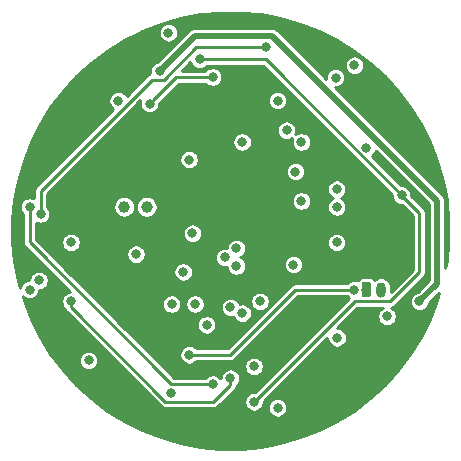
<source format=gbr>
G04 #@! TF.GenerationSoftware,KiCad,Pcbnew,5.1.4*
G04 #@! TF.CreationDate,2019-11-28T00:41:57+01:00*
G04 #@! TF.ProjectId,SICKWATCH1,5349434b-5741-4544-9348-312e6b696361,rev?*
G04 #@! TF.SameCoordinates,Original*
G04 #@! TF.FileFunction,Copper,L2,Inr*
G04 #@! TF.FilePolarity,Positive*
%FSLAX46Y46*%
G04 Gerber Fmt 4.6, Leading zero omitted, Abs format (unit mm)*
G04 Created by KiCad (PCBNEW 5.1.4) date 2019-11-28 00:41:57*
%MOMM*%
%LPD*%
G04 APERTURE LIST*
%ADD10O,0.800000X1.300000*%
%ADD11C,0.100000*%
%ADD12C,0.800000*%
%ADD13C,1.000000*%
%ADD14C,0.250000*%
%ADD15C,0.500000*%
%ADD16C,0.254000*%
G04 APERTURE END LIST*
D10*
X112750000Y-105000000D03*
D11*
G36*
X111719603Y-104350963D02*
G01*
X111739018Y-104353843D01*
X111758057Y-104358612D01*
X111776537Y-104365224D01*
X111794279Y-104373616D01*
X111811114Y-104383706D01*
X111826879Y-104395398D01*
X111841421Y-104408579D01*
X111854602Y-104423121D01*
X111866294Y-104438886D01*
X111876384Y-104455721D01*
X111884776Y-104473463D01*
X111891388Y-104491943D01*
X111896157Y-104510982D01*
X111899037Y-104530397D01*
X111900000Y-104550000D01*
X111900000Y-105450000D01*
X111899037Y-105469603D01*
X111896157Y-105489018D01*
X111891388Y-105508057D01*
X111884776Y-105526537D01*
X111876384Y-105544279D01*
X111866294Y-105561114D01*
X111854602Y-105576879D01*
X111841421Y-105591421D01*
X111826879Y-105604602D01*
X111811114Y-105616294D01*
X111794279Y-105626384D01*
X111776537Y-105634776D01*
X111758057Y-105641388D01*
X111739018Y-105646157D01*
X111719603Y-105649037D01*
X111700000Y-105650000D01*
X111300000Y-105650000D01*
X111280397Y-105649037D01*
X111260982Y-105646157D01*
X111241943Y-105641388D01*
X111223463Y-105634776D01*
X111205721Y-105626384D01*
X111188886Y-105616294D01*
X111173121Y-105604602D01*
X111158579Y-105591421D01*
X111145398Y-105576879D01*
X111133706Y-105561114D01*
X111123616Y-105544279D01*
X111115224Y-105526537D01*
X111108612Y-105508057D01*
X111103843Y-105489018D01*
X111100963Y-105469603D01*
X111100000Y-105450000D01*
X111100000Y-104550000D01*
X111100963Y-104530397D01*
X111103843Y-104510982D01*
X111108612Y-104491943D01*
X111115224Y-104473463D01*
X111123616Y-104455721D01*
X111133706Y-104438886D01*
X111145398Y-104423121D01*
X111158579Y-104408579D01*
X111173121Y-104395398D01*
X111188886Y-104383706D01*
X111205721Y-104373616D01*
X111223463Y-104365224D01*
X111241943Y-104358612D01*
X111260982Y-104353843D01*
X111280397Y-104350963D01*
X111300000Y-104350000D01*
X111700000Y-104350000D01*
X111719603Y-104350963D01*
X111719603Y-104350963D01*
G37*
D12*
X111500000Y-105000000D03*
D13*
X91000000Y-98000000D03*
X92900000Y-98000000D03*
D12*
X100500000Y-103000000D03*
X86500000Y-101000000D03*
X102000000Y-114500000D03*
X114500000Y-97000000D03*
X97399997Y-85500000D03*
X103000000Y-84500000D03*
X83925000Y-98600000D03*
X83787500Y-104212500D03*
X111512660Y-92987340D03*
X98500000Y-113000000D03*
X83000000Y-98000000D03*
X98500000Y-87000000D03*
X83000000Y-105000000D03*
X93157277Y-89259818D03*
X110500014Y-86000000D03*
X96000000Y-103500000D03*
X96512660Y-110512660D03*
X110500000Y-105000000D03*
X104000000Y-115000000D03*
X100000000Y-112500002D03*
X86500000Y-106000000D03*
X97987340Y-107987340D03*
X95027221Y-106225010D03*
X100500000Y-101500000D03*
X99500000Y-102274990D03*
X97000000Y-106225010D03*
X104000000Y-89000000D03*
X104750000Y-91500000D03*
X94000008Y-86500000D03*
X116000000Y-106000000D03*
X98000000Y-97500000D03*
X101000000Y-97500000D03*
X102999996Y-97500004D03*
X88000000Y-89000000D03*
X111600000Y-110100000D03*
X105500000Y-107000000D03*
X90000000Y-105000000D03*
X111999970Y-96000000D03*
X95073161Y-115426839D03*
X105000000Y-83500000D03*
X98000000Y-92000000D03*
X109032835Y-109077983D03*
X113262653Y-107262653D03*
X92000000Y-102000000D03*
X95000000Y-113775000D03*
X96500000Y-94000000D03*
X102000000Y-111500000D03*
X106000000Y-92500000D03*
X106000000Y-97500000D03*
X102500000Y-106000000D03*
X94749112Y-83250888D03*
X108911614Y-87043049D03*
X88000000Y-111000000D03*
X90500000Y-89000000D03*
X105500000Y-95000000D03*
X101000000Y-92500000D03*
X109000000Y-101000000D03*
X101000000Y-107000000D03*
X100000000Y-106499996D03*
X109000000Y-98000000D03*
X109000000Y-96500000D03*
X96785180Y-100228007D03*
X105332821Y-102874232D03*
D14*
X110524990Y-105975010D02*
X113550308Y-105975010D01*
X98065685Y-85500000D02*
X97500000Y-85500000D01*
X116000000Y-98500000D02*
X103000000Y-85500000D01*
X102000000Y-114500000D02*
X110524990Y-105975010D01*
X103000000Y-85500000D02*
X98065685Y-85500000D01*
X116000000Y-103525318D02*
X116000000Y-98500000D01*
X113550308Y-105975010D02*
X116000000Y-103525318D01*
X84000000Y-98675000D02*
X83925000Y-98600000D01*
X83925000Y-98600000D02*
X83925000Y-96648002D01*
X94348003Y-87225001D02*
X97073004Y-84500000D01*
X97073004Y-84500000D02*
X102434315Y-84500000D01*
X83925000Y-96648002D02*
X93348001Y-87225001D01*
X93348001Y-87225001D02*
X94348003Y-87225001D01*
X102434315Y-84500000D02*
X103000000Y-84500000D01*
X95000000Y-113000000D02*
X83000000Y-101000000D01*
X98500000Y-113000000D02*
X95000000Y-113000000D01*
X83000000Y-101000000D02*
X83000000Y-98565685D01*
X83000000Y-98565685D02*
X83000000Y-98000000D01*
X93557276Y-88859819D02*
X93157277Y-89259818D01*
X95417095Y-87000000D02*
X93557276Y-88859819D01*
X98500000Y-87000000D02*
X95417095Y-87000000D01*
X97078345Y-110512660D02*
X96512660Y-110512660D01*
X99987340Y-110512660D02*
X97078345Y-110512660D01*
X110500000Y-105000000D02*
X105500000Y-105000000D01*
X105500000Y-105000000D02*
X99987340Y-110512660D01*
X100000000Y-113065687D02*
X100000000Y-112500002D01*
X86500000Y-106499996D02*
X94500004Y-114500000D01*
X86500000Y-106000000D02*
X86500000Y-106499996D01*
X94500004Y-114500000D02*
X98565687Y-114500000D01*
X98565687Y-114500000D02*
X100000000Y-113065687D01*
D15*
X117500000Y-97500000D02*
X117500000Y-104500000D01*
X103500008Y-83500008D02*
X117500000Y-97500000D01*
X94000008Y-86500000D02*
X97000000Y-83500008D01*
X117500000Y-104500000D02*
X116000000Y-106000000D01*
X97000000Y-83500008D02*
X103500008Y-83500008D01*
D16*
G36*
X102552162Y-81704148D02*
G01*
X104229404Y-82017679D01*
X105870561Y-82484628D01*
X107461633Y-83101013D01*
X108989045Y-83861574D01*
X110439765Y-84759822D01*
X111801417Y-85788094D01*
X113062384Y-86937616D01*
X114211906Y-88198583D01*
X115240178Y-89560235D01*
X116138426Y-91010955D01*
X116898987Y-92538367D01*
X117515372Y-94129439D01*
X117982321Y-95770596D01*
X118295852Y-97447838D01*
X118453289Y-99146853D01*
X118453289Y-100853147D01*
X118295852Y-102552162D01*
X118177000Y-103187964D01*
X118177000Y-97533252D01*
X118180275Y-97500000D01*
X118167204Y-97367285D01*
X118128492Y-97239670D01*
X118065628Y-97122059D01*
X118002224Y-97044801D01*
X118002218Y-97044795D01*
X117981026Y-97018973D01*
X117955206Y-96997783D01*
X108826803Y-87869381D01*
X108830162Y-87870049D01*
X108993066Y-87870049D01*
X109152841Y-87838267D01*
X109303345Y-87775926D01*
X109438795Y-87685421D01*
X109553986Y-87570230D01*
X109644491Y-87434780D01*
X109706832Y-87284276D01*
X109738614Y-87124501D01*
X109738614Y-86961597D01*
X109706832Y-86801822D01*
X109644491Y-86651318D01*
X109553986Y-86515868D01*
X109438795Y-86400677D01*
X109303345Y-86310172D01*
X109152841Y-86247831D01*
X108993066Y-86216049D01*
X108830162Y-86216049D01*
X108670387Y-86247831D01*
X108519883Y-86310172D01*
X108384433Y-86400677D01*
X108269242Y-86515868D01*
X108178737Y-86651318D01*
X108116396Y-86801822D01*
X108084614Y-86961597D01*
X108084614Y-87124501D01*
X108085282Y-87127860D01*
X106875970Y-85918548D01*
X109673014Y-85918548D01*
X109673014Y-86081452D01*
X109704796Y-86241227D01*
X109767137Y-86391731D01*
X109857642Y-86527181D01*
X109972833Y-86642372D01*
X110108283Y-86732877D01*
X110258787Y-86795218D01*
X110418562Y-86827000D01*
X110581466Y-86827000D01*
X110741241Y-86795218D01*
X110891745Y-86732877D01*
X111027195Y-86642372D01*
X111142386Y-86527181D01*
X111232891Y-86391731D01*
X111295232Y-86241227D01*
X111327014Y-86081452D01*
X111327014Y-85918548D01*
X111295232Y-85758773D01*
X111232891Y-85608269D01*
X111142386Y-85472819D01*
X111027195Y-85357628D01*
X110891745Y-85267123D01*
X110741241Y-85204782D01*
X110581466Y-85173000D01*
X110418562Y-85173000D01*
X110258787Y-85204782D01*
X110108283Y-85267123D01*
X109972833Y-85357628D01*
X109857642Y-85472819D01*
X109767137Y-85608269D01*
X109704796Y-85758773D01*
X109673014Y-85918548D01*
X106875970Y-85918548D01*
X104002234Y-83044812D01*
X103981035Y-83018981D01*
X103877949Y-82934380D01*
X103760338Y-82871516D01*
X103632723Y-82832804D01*
X103533260Y-82823008D01*
X103533253Y-82823008D01*
X103500008Y-82819734D01*
X103466763Y-82823008D01*
X97033241Y-82823008D01*
X96999999Y-82819734D01*
X96966757Y-82823008D01*
X96966748Y-82823008D01*
X96867285Y-82832804D01*
X96739670Y-82871516D01*
X96622059Y-82934380D01*
X96518973Y-83018981D01*
X96497774Y-83044812D01*
X93857426Y-85685160D01*
X93758781Y-85704782D01*
X93608277Y-85767123D01*
X93472827Y-85857628D01*
X93357636Y-85972819D01*
X93267131Y-86108269D01*
X93204790Y-86258773D01*
X93173008Y-86418548D01*
X93173008Y-86581452D01*
X93195481Y-86694430D01*
X93135738Y-86712553D01*
X93039843Y-86763810D01*
X92955790Y-86832790D01*
X92938509Y-86853847D01*
X91213335Y-88579022D01*
X91142372Y-88472819D01*
X91027181Y-88357628D01*
X90891731Y-88267123D01*
X90741227Y-88204782D01*
X90581452Y-88173000D01*
X90418548Y-88173000D01*
X90258773Y-88204782D01*
X90108269Y-88267123D01*
X89972819Y-88357628D01*
X89857628Y-88472819D01*
X89767123Y-88608269D01*
X89704782Y-88758773D01*
X89673000Y-88918548D01*
X89673000Y-89081452D01*
X89704782Y-89241227D01*
X89767123Y-89391731D01*
X89857628Y-89527181D01*
X89972819Y-89642372D01*
X90079022Y-89713335D01*
X83553852Y-96238506D01*
X83532790Y-96255791D01*
X83474060Y-96327354D01*
X83463809Y-96339845D01*
X83412552Y-96435740D01*
X83380989Y-96539792D01*
X83370330Y-96648002D01*
X83373001Y-96675118D01*
X83373001Y-97259365D01*
X83241227Y-97204782D01*
X83081452Y-97173000D01*
X82918548Y-97173000D01*
X82758773Y-97204782D01*
X82608269Y-97267123D01*
X82472819Y-97357628D01*
X82357628Y-97472819D01*
X82267123Y-97608269D01*
X82204782Y-97758773D01*
X82173000Y-97918548D01*
X82173000Y-98081452D01*
X82204782Y-98241227D01*
X82267123Y-98391731D01*
X82357628Y-98527181D01*
X82448001Y-98617554D01*
X82448000Y-100972894D01*
X82445330Y-101000000D01*
X82448000Y-101027106D01*
X82448000Y-101027108D01*
X82455988Y-101108210D01*
X82487552Y-101212262D01*
X82538809Y-101308158D01*
X82607789Y-101392211D01*
X82628857Y-101409501D01*
X86396701Y-105177346D01*
X86258773Y-105204782D01*
X86108269Y-105267123D01*
X85972819Y-105357628D01*
X85857628Y-105472819D01*
X85767123Y-105608269D01*
X85704782Y-105758773D01*
X85673000Y-105918548D01*
X85673000Y-106081452D01*
X85704782Y-106241227D01*
X85767123Y-106391731D01*
X85857628Y-106527181D01*
X85963536Y-106633089D01*
X85973885Y-106667204D01*
X85987552Y-106712258D01*
X86038809Y-106808153D01*
X86038810Y-106808154D01*
X86107790Y-106892207D01*
X86128852Y-106909492D01*
X94090512Y-114871154D01*
X94107793Y-114892211D01*
X94191846Y-114961191D01*
X94287741Y-115012448D01*
X94391793Y-115044012D01*
X94472895Y-115052000D01*
X94472897Y-115052000D01*
X94500003Y-115054670D01*
X94527109Y-115052000D01*
X98538581Y-115052000D01*
X98565687Y-115054670D01*
X98592793Y-115052000D01*
X98592796Y-115052000D01*
X98673898Y-115044012D01*
X98777950Y-115012448D01*
X98873845Y-114961191D01*
X98957898Y-114892211D01*
X98975188Y-114871144D01*
X100371149Y-113475183D01*
X100392211Y-113457898D01*
X100461191Y-113373845D01*
X100512448Y-113277950D01*
X100544012Y-113173898D01*
X100549295Y-113120260D01*
X100642372Y-113027183D01*
X100732877Y-112891733D01*
X100795218Y-112741229D01*
X100827000Y-112581454D01*
X100827000Y-112418550D01*
X100795218Y-112258775D01*
X100732877Y-112108271D01*
X100642372Y-111972821D01*
X100527181Y-111857630D01*
X100391731Y-111767125D01*
X100241227Y-111704784D01*
X100081452Y-111673002D01*
X99918548Y-111673002D01*
X99758773Y-111704784D01*
X99608269Y-111767125D01*
X99472819Y-111857630D01*
X99357628Y-111972821D01*
X99267123Y-112108271D01*
X99204782Y-112258775D01*
X99173000Y-112418550D01*
X99173000Y-112518657D01*
X99142372Y-112472819D01*
X99027181Y-112357628D01*
X98891731Y-112267123D01*
X98741227Y-112204782D01*
X98581452Y-112173000D01*
X98418548Y-112173000D01*
X98258773Y-112204782D01*
X98108269Y-112267123D01*
X97972819Y-112357628D01*
X97882447Y-112448000D01*
X95228646Y-112448000D01*
X94199194Y-111418548D01*
X101173000Y-111418548D01*
X101173000Y-111581452D01*
X101204782Y-111741227D01*
X101267123Y-111891731D01*
X101357628Y-112027181D01*
X101472819Y-112142372D01*
X101608269Y-112232877D01*
X101758773Y-112295218D01*
X101918548Y-112327000D01*
X102081452Y-112327000D01*
X102241227Y-112295218D01*
X102391731Y-112232877D01*
X102527181Y-112142372D01*
X102642372Y-112027181D01*
X102732877Y-111891731D01*
X102795218Y-111741227D01*
X102827000Y-111581452D01*
X102827000Y-111418548D01*
X102795218Y-111258773D01*
X102732877Y-111108269D01*
X102642372Y-110972819D01*
X102527181Y-110857628D01*
X102391731Y-110767123D01*
X102241227Y-110704782D01*
X102081452Y-110673000D01*
X101918548Y-110673000D01*
X101758773Y-110704782D01*
X101608269Y-110767123D01*
X101472819Y-110857628D01*
X101357628Y-110972819D01*
X101267123Y-111108269D01*
X101204782Y-111258773D01*
X101173000Y-111418548D01*
X94199194Y-111418548D01*
X90686534Y-107905888D01*
X97160340Y-107905888D01*
X97160340Y-108068792D01*
X97192122Y-108228567D01*
X97254463Y-108379071D01*
X97344968Y-108514521D01*
X97460159Y-108629712D01*
X97595609Y-108720217D01*
X97746113Y-108782558D01*
X97905888Y-108814340D01*
X98068792Y-108814340D01*
X98228567Y-108782558D01*
X98379071Y-108720217D01*
X98514521Y-108629712D01*
X98629712Y-108514521D01*
X98720217Y-108379071D01*
X98782558Y-108228567D01*
X98814340Y-108068792D01*
X98814340Y-107905888D01*
X98782558Y-107746113D01*
X98720217Y-107595609D01*
X98629712Y-107460159D01*
X98514521Y-107344968D01*
X98379071Y-107254463D01*
X98228567Y-107192122D01*
X98068792Y-107160340D01*
X97905888Y-107160340D01*
X97746113Y-107192122D01*
X97595609Y-107254463D01*
X97460159Y-107344968D01*
X97344968Y-107460159D01*
X97254463Y-107595609D01*
X97192122Y-107746113D01*
X97160340Y-107905888D01*
X90686534Y-107905888D01*
X88924204Y-106143558D01*
X94200221Y-106143558D01*
X94200221Y-106306462D01*
X94232003Y-106466237D01*
X94294344Y-106616741D01*
X94384849Y-106752191D01*
X94500040Y-106867382D01*
X94635490Y-106957887D01*
X94785994Y-107020228D01*
X94945769Y-107052010D01*
X95108673Y-107052010D01*
X95268448Y-107020228D01*
X95418952Y-106957887D01*
X95554402Y-106867382D01*
X95669593Y-106752191D01*
X95760098Y-106616741D01*
X95822439Y-106466237D01*
X95854221Y-106306462D01*
X95854221Y-106143558D01*
X96173000Y-106143558D01*
X96173000Y-106306462D01*
X96204782Y-106466237D01*
X96267123Y-106616741D01*
X96357628Y-106752191D01*
X96472819Y-106867382D01*
X96608269Y-106957887D01*
X96758773Y-107020228D01*
X96918548Y-107052010D01*
X97081452Y-107052010D01*
X97241227Y-107020228D01*
X97391731Y-106957887D01*
X97527181Y-106867382D01*
X97642372Y-106752191D01*
X97732877Y-106616741D01*
X97795218Y-106466237D01*
X97804704Y-106418544D01*
X99173000Y-106418544D01*
X99173000Y-106581448D01*
X99204782Y-106741223D01*
X99267123Y-106891727D01*
X99357628Y-107027177D01*
X99472819Y-107142368D01*
X99608269Y-107232873D01*
X99758773Y-107295214D01*
X99918548Y-107326996D01*
X100081452Y-107326996D01*
X100228216Y-107297802D01*
X100267123Y-107391731D01*
X100357628Y-107527181D01*
X100472819Y-107642372D01*
X100608269Y-107732877D01*
X100758773Y-107795218D01*
X100918548Y-107827000D01*
X101081452Y-107827000D01*
X101241227Y-107795218D01*
X101391731Y-107732877D01*
X101527181Y-107642372D01*
X101642372Y-107527181D01*
X101732877Y-107391731D01*
X101795218Y-107241227D01*
X101827000Y-107081452D01*
X101827000Y-106918548D01*
X101795218Y-106758773D01*
X101732877Y-106608269D01*
X101642372Y-106472819D01*
X101527181Y-106357628D01*
X101391731Y-106267123D01*
X101241227Y-106204782D01*
X101081452Y-106173000D01*
X100918548Y-106173000D01*
X100771784Y-106202194D01*
X100732877Y-106108265D01*
X100642372Y-105972815D01*
X100588105Y-105918548D01*
X101673000Y-105918548D01*
X101673000Y-106081452D01*
X101704782Y-106241227D01*
X101767123Y-106391731D01*
X101857628Y-106527181D01*
X101972819Y-106642372D01*
X102108269Y-106732877D01*
X102258773Y-106795218D01*
X102418548Y-106827000D01*
X102581452Y-106827000D01*
X102741227Y-106795218D01*
X102891731Y-106732877D01*
X103027181Y-106642372D01*
X103142372Y-106527181D01*
X103232877Y-106391731D01*
X103295218Y-106241227D01*
X103327000Y-106081452D01*
X103327000Y-105918548D01*
X103295218Y-105758773D01*
X103232877Y-105608269D01*
X103142372Y-105472819D01*
X103027181Y-105357628D01*
X102891731Y-105267123D01*
X102741227Y-105204782D01*
X102581452Y-105173000D01*
X102418548Y-105173000D01*
X102258773Y-105204782D01*
X102108269Y-105267123D01*
X101972819Y-105357628D01*
X101857628Y-105472819D01*
X101767123Y-105608269D01*
X101704782Y-105758773D01*
X101673000Y-105918548D01*
X100588105Y-105918548D01*
X100527181Y-105857624D01*
X100391731Y-105767119D01*
X100241227Y-105704778D01*
X100081452Y-105672996D01*
X99918548Y-105672996D01*
X99758773Y-105704778D01*
X99608269Y-105767119D01*
X99472819Y-105857624D01*
X99357628Y-105972815D01*
X99267123Y-106108265D01*
X99204782Y-106258769D01*
X99173000Y-106418544D01*
X97804704Y-106418544D01*
X97827000Y-106306462D01*
X97827000Y-106143558D01*
X97795218Y-105983783D01*
X97732877Y-105833279D01*
X97642372Y-105697829D01*
X97527181Y-105582638D01*
X97391731Y-105492133D01*
X97241227Y-105429792D01*
X97081452Y-105398010D01*
X96918548Y-105398010D01*
X96758773Y-105429792D01*
X96608269Y-105492133D01*
X96472819Y-105582638D01*
X96357628Y-105697829D01*
X96267123Y-105833279D01*
X96204782Y-105983783D01*
X96173000Y-106143558D01*
X95854221Y-106143558D01*
X95822439Y-105983783D01*
X95760098Y-105833279D01*
X95669593Y-105697829D01*
X95554402Y-105582638D01*
X95418952Y-105492133D01*
X95268448Y-105429792D01*
X95108673Y-105398010D01*
X94945769Y-105398010D01*
X94785994Y-105429792D01*
X94635490Y-105492133D01*
X94500040Y-105582638D01*
X94384849Y-105697829D01*
X94294344Y-105833279D01*
X94232003Y-105983783D01*
X94200221Y-106143558D01*
X88924204Y-106143558D01*
X86199194Y-103418548D01*
X95173000Y-103418548D01*
X95173000Y-103581452D01*
X95204782Y-103741227D01*
X95267123Y-103891731D01*
X95357628Y-104027181D01*
X95472819Y-104142372D01*
X95608269Y-104232877D01*
X95758773Y-104295218D01*
X95918548Y-104327000D01*
X96081452Y-104327000D01*
X96241227Y-104295218D01*
X96391731Y-104232877D01*
X96527181Y-104142372D01*
X96642372Y-104027181D01*
X96732877Y-103891731D01*
X96795218Y-103741227D01*
X96827000Y-103581452D01*
X96827000Y-103418548D01*
X96795218Y-103258773D01*
X96732877Y-103108269D01*
X96642372Y-102972819D01*
X96527181Y-102857628D01*
X96391731Y-102767123D01*
X96241227Y-102704782D01*
X96081452Y-102673000D01*
X95918548Y-102673000D01*
X95758773Y-102704782D01*
X95608269Y-102767123D01*
X95472819Y-102857628D01*
X95357628Y-102972819D01*
X95267123Y-103108269D01*
X95204782Y-103258773D01*
X95173000Y-103418548D01*
X86199194Y-103418548D01*
X84699194Y-101918548D01*
X91173000Y-101918548D01*
X91173000Y-102081452D01*
X91204782Y-102241227D01*
X91267123Y-102391731D01*
X91357628Y-102527181D01*
X91472819Y-102642372D01*
X91608269Y-102732877D01*
X91758773Y-102795218D01*
X91918548Y-102827000D01*
X92081452Y-102827000D01*
X92241227Y-102795218D01*
X92391731Y-102732877D01*
X92527181Y-102642372D01*
X92642372Y-102527181D01*
X92732877Y-102391731D01*
X92795218Y-102241227D01*
X92804704Y-102193538D01*
X98673000Y-102193538D01*
X98673000Y-102356442D01*
X98704782Y-102516217D01*
X98767123Y-102666721D01*
X98857628Y-102802171D01*
X98972819Y-102917362D01*
X99108269Y-103007867D01*
X99258773Y-103070208D01*
X99418548Y-103101990D01*
X99581452Y-103101990D01*
X99673445Y-103083691D01*
X99704782Y-103241227D01*
X99767123Y-103391731D01*
X99857628Y-103527181D01*
X99972819Y-103642372D01*
X100108269Y-103732877D01*
X100258773Y-103795218D01*
X100418548Y-103827000D01*
X100581452Y-103827000D01*
X100741227Y-103795218D01*
X100891731Y-103732877D01*
X101027181Y-103642372D01*
X101142372Y-103527181D01*
X101232877Y-103391731D01*
X101295218Y-103241227D01*
X101327000Y-103081452D01*
X101327000Y-102918548D01*
X101301983Y-102792780D01*
X104505821Y-102792780D01*
X104505821Y-102955684D01*
X104537603Y-103115459D01*
X104599944Y-103265963D01*
X104690449Y-103401413D01*
X104805640Y-103516604D01*
X104941090Y-103607109D01*
X105091594Y-103669450D01*
X105251369Y-103701232D01*
X105414273Y-103701232D01*
X105574048Y-103669450D01*
X105724552Y-103607109D01*
X105860002Y-103516604D01*
X105975193Y-103401413D01*
X106065698Y-103265963D01*
X106128039Y-103115459D01*
X106159821Y-102955684D01*
X106159821Y-102792780D01*
X106128039Y-102633005D01*
X106065698Y-102482501D01*
X105975193Y-102347051D01*
X105860002Y-102231860D01*
X105724552Y-102141355D01*
X105574048Y-102079014D01*
X105414273Y-102047232D01*
X105251369Y-102047232D01*
X105091594Y-102079014D01*
X104941090Y-102141355D01*
X104805640Y-102231860D01*
X104690449Y-102347051D01*
X104599944Y-102482501D01*
X104537603Y-102633005D01*
X104505821Y-102792780D01*
X101301983Y-102792780D01*
X101295218Y-102758773D01*
X101232877Y-102608269D01*
X101142372Y-102472819D01*
X101027181Y-102357628D01*
X100891731Y-102267123D01*
X100850393Y-102250000D01*
X100891731Y-102232877D01*
X101027181Y-102142372D01*
X101142372Y-102027181D01*
X101232877Y-101891731D01*
X101295218Y-101741227D01*
X101327000Y-101581452D01*
X101327000Y-101418548D01*
X101295218Y-101258773D01*
X101232877Y-101108269D01*
X101142372Y-100972819D01*
X101088101Y-100918548D01*
X108173000Y-100918548D01*
X108173000Y-101081452D01*
X108204782Y-101241227D01*
X108267123Y-101391731D01*
X108357628Y-101527181D01*
X108472819Y-101642372D01*
X108608269Y-101732877D01*
X108758773Y-101795218D01*
X108918548Y-101827000D01*
X109081452Y-101827000D01*
X109241227Y-101795218D01*
X109391731Y-101732877D01*
X109527181Y-101642372D01*
X109642372Y-101527181D01*
X109732877Y-101391731D01*
X109795218Y-101241227D01*
X109827000Y-101081452D01*
X109827000Y-100918548D01*
X109795218Y-100758773D01*
X109732877Y-100608269D01*
X109642372Y-100472819D01*
X109527181Y-100357628D01*
X109391731Y-100267123D01*
X109241227Y-100204782D01*
X109081452Y-100173000D01*
X108918548Y-100173000D01*
X108758773Y-100204782D01*
X108608269Y-100267123D01*
X108472819Y-100357628D01*
X108357628Y-100472819D01*
X108267123Y-100608269D01*
X108204782Y-100758773D01*
X108173000Y-100918548D01*
X101088101Y-100918548D01*
X101027181Y-100857628D01*
X100891731Y-100767123D01*
X100741227Y-100704782D01*
X100581452Y-100673000D01*
X100418548Y-100673000D01*
X100258773Y-100704782D01*
X100108269Y-100767123D01*
X99972819Y-100857628D01*
X99857628Y-100972819D01*
X99767123Y-101108269D01*
X99704782Y-101258773D01*
X99673000Y-101418548D01*
X99673000Y-101466200D01*
X99581452Y-101447990D01*
X99418548Y-101447990D01*
X99258773Y-101479772D01*
X99108269Y-101542113D01*
X98972819Y-101632618D01*
X98857628Y-101747809D01*
X98767123Y-101883259D01*
X98704782Y-102033763D01*
X98673000Y-102193538D01*
X92804704Y-102193538D01*
X92827000Y-102081452D01*
X92827000Y-101918548D01*
X92795218Y-101758773D01*
X92732877Y-101608269D01*
X92642372Y-101472819D01*
X92527181Y-101357628D01*
X92391731Y-101267123D01*
X92241227Y-101204782D01*
X92081452Y-101173000D01*
X91918548Y-101173000D01*
X91758773Y-101204782D01*
X91608269Y-101267123D01*
X91472819Y-101357628D01*
X91357628Y-101472819D01*
X91267123Y-101608269D01*
X91204782Y-101758773D01*
X91173000Y-101918548D01*
X84699194Y-101918548D01*
X83699193Y-100918548D01*
X85673000Y-100918548D01*
X85673000Y-101081452D01*
X85704782Y-101241227D01*
X85767123Y-101391731D01*
X85857628Y-101527181D01*
X85972819Y-101642372D01*
X86108269Y-101732877D01*
X86258773Y-101795218D01*
X86418548Y-101827000D01*
X86581452Y-101827000D01*
X86741227Y-101795218D01*
X86891731Y-101732877D01*
X87027181Y-101642372D01*
X87142372Y-101527181D01*
X87232877Y-101391731D01*
X87295218Y-101241227D01*
X87327000Y-101081452D01*
X87327000Y-100918548D01*
X87295218Y-100758773D01*
X87232877Y-100608269D01*
X87142372Y-100472819D01*
X87027181Y-100357628D01*
X86891731Y-100267123D01*
X86741227Y-100204782D01*
X86581452Y-100173000D01*
X86418548Y-100173000D01*
X86258773Y-100204782D01*
X86108269Y-100267123D01*
X85972819Y-100357628D01*
X85857628Y-100472819D01*
X85767123Y-100608269D01*
X85704782Y-100758773D01*
X85673000Y-100918548D01*
X83699193Y-100918548D01*
X83552000Y-100771356D01*
X83552000Y-100146555D01*
X95958180Y-100146555D01*
X95958180Y-100309459D01*
X95989962Y-100469234D01*
X96052303Y-100619738D01*
X96142808Y-100755188D01*
X96257999Y-100870379D01*
X96393449Y-100960884D01*
X96543953Y-101023225D01*
X96703728Y-101055007D01*
X96866632Y-101055007D01*
X97026407Y-101023225D01*
X97176911Y-100960884D01*
X97312361Y-100870379D01*
X97427552Y-100755188D01*
X97518057Y-100619738D01*
X97580398Y-100469234D01*
X97612180Y-100309459D01*
X97612180Y-100146555D01*
X97580398Y-99986780D01*
X97518057Y-99836276D01*
X97427552Y-99700826D01*
X97312361Y-99585635D01*
X97176911Y-99495130D01*
X97026407Y-99432789D01*
X96866632Y-99401007D01*
X96703728Y-99401007D01*
X96543953Y-99432789D01*
X96393449Y-99495130D01*
X96257999Y-99585635D01*
X96142808Y-99700826D01*
X96052303Y-99836276D01*
X95989962Y-99986780D01*
X95958180Y-100146555D01*
X83552000Y-100146555D01*
X83552000Y-99340636D01*
X83683773Y-99395218D01*
X83843548Y-99427000D01*
X84006452Y-99427000D01*
X84166227Y-99395218D01*
X84316731Y-99332877D01*
X84452181Y-99242372D01*
X84567372Y-99127181D01*
X84657877Y-98991731D01*
X84720218Y-98841227D01*
X84752000Y-98681452D01*
X84752000Y-98518548D01*
X84720218Y-98358773D01*
X84657877Y-98208269D01*
X84567372Y-98072819D01*
X84477000Y-97982447D01*
X84477000Y-97908699D01*
X90073000Y-97908699D01*
X90073000Y-98091301D01*
X90108624Y-98270396D01*
X90178504Y-98439099D01*
X90279952Y-98590928D01*
X90409072Y-98720048D01*
X90560901Y-98821496D01*
X90729604Y-98891376D01*
X90908699Y-98927000D01*
X91091301Y-98927000D01*
X91270396Y-98891376D01*
X91439099Y-98821496D01*
X91590928Y-98720048D01*
X91720048Y-98590928D01*
X91821496Y-98439099D01*
X91891376Y-98270396D01*
X91927000Y-98091301D01*
X91927000Y-97908699D01*
X91973000Y-97908699D01*
X91973000Y-98091301D01*
X92008624Y-98270396D01*
X92078504Y-98439099D01*
X92179952Y-98590928D01*
X92309072Y-98720048D01*
X92460901Y-98821496D01*
X92629604Y-98891376D01*
X92808699Y-98927000D01*
X92991301Y-98927000D01*
X93170396Y-98891376D01*
X93339099Y-98821496D01*
X93490928Y-98720048D01*
X93620048Y-98590928D01*
X93721496Y-98439099D01*
X93791376Y-98270396D01*
X93827000Y-98091301D01*
X93827000Y-97908699D01*
X93791376Y-97729604D01*
X93721496Y-97560901D01*
X93626380Y-97418548D01*
X105173000Y-97418548D01*
X105173000Y-97581452D01*
X105204782Y-97741227D01*
X105267123Y-97891731D01*
X105357628Y-98027181D01*
X105472819Y-98142372D01*
X105608269Y-98232877D01*
X105758773Y-98295218D01*
X105918548Y-98327000D01*
X106081452Y-98327000D01*
X106241227Y-98295218D01*
X106391731Y-98232877D01*
X106527181Y-98142372D01*
X106642372Y-98027181D01*
X106732877Y-97891731D01*
X106795218Y-97741227D01*
X106827000Y-97581452D01*
X106827000Y-97418548D01*
X106795218Y-97258773D01*
X106732877Y-97108269D01*
X106642372Y-96972819D01*
X106527181Y-96857628D01*
X106391731Y-96767123D01*
X106241227Y-96704782D01*
X106081452Y-96673000D01*
X105918548Y-96673000D01*
X105758773Y-96704782D01*
X105608269Y-96767123D01*
X105472819Y-96857628D01*
X105357628Y-96972819D01*
X105267123Y-97108269D01*
X105204782Y-97258773D01*
X105173000Y-97418548D01*
X93626380Y-97418548D01*
X93620048Y-97409072D01*
X93490928Y-97279952D01*
X93339099Y-97178504D01*
X93170396Y-97108624D01*
X92991301Y-97073000D01*
X92808699Y-97073000D01*
X92629604Y-97108624D01*
X92460901Y-97178504D01*
X92309072Y-97279952D01*
X92179952Y-97409072D01*
X92078504Y-97560901D01*
X92008624Y-97729604D01*
X91973000Y-97908699D01*
X91927000Y-97908699D01*
X91891376Y-97729604D01*
X91821496Y-97560901D01*
X91720048Y-97409072D01*
X91590928Y-97279952D01*
X91439099Y-97178504D01*
X91270396Y-97108624D01*
X91091301Y-97073000D01*
X90908699Y-97073000D01*
X90729604Y-97108624D01*
X90560901Y-97178504D01*
X90409072Y-97279952D01*
X90279952Y-97409072D01*
X90178504Y-97560901D01*
X90108624Y-97729604D01*
X90073000Y-97908699D01*
X84477000Y-97908699D01*
X84477000Y-96876646D01*
X84935098Y-96418548D01*
X108173000Y-96418548D01*
X108173000Y-96581452D01*
X108204782Y-96741227D01*
X108267123Y-96891731D01*
X108357628Y-97027181D01*
X108472819Y-97142372D01*
X108608269Y-97232877D01*
X108649607Y-97250000D01*
X108608269Y-97267123D01*
X108472819Y-97357628D01*
X108357628Y-97472819D01*
X108267123Y-97608269D01*
X108204782Y-97758773D01*
X108173000Y-97918548D01*
X108173000Y-98081452D01*
X108204782Y-98241227D01*
X108267123Y-98391731D01*
X108357628Y-98527181D01*
X108472819Y-98642372D01*
X108608269Y-98732877D01*
X108758773Y-98795218D01*
X108918548Y-98827000D01*
X109081452Y-98827000D01*
X109241227Y-98795218D01*
X109391731Y-98732877D01*
X109527181Y-98642372D01*
X109642372Y-98527181D01*
X109732877Y-98391731D01*
X109795218Y-98241227D01*
X109827000Y-98081452D01*
X109827000Y-97918548D01*
X109795218Y-97758773D01*
X109732877Y-97608269D01*
X109642372Y-97472819D01*
X109527181Y-97357628D01*
X109391731Y-97267123D01*
X109350393Y-97250000D01*
X109391731Y-97232877D01*
X109527181Y-97142372D01*
X109642372Y-97027181D01*
X109732877Y-96891731D01*
X109795218Y-96741227D01*
X109827000Y-96581452D01*
X109827000Y-96418548D01*
X109795218Y-96258773D01*
X109732877Y-96108269D01*
X109642372Y-95972819D01*
X109527181Y-95857628D01*
X109391731Y-95767123D01*
X109241227Y-95704782D01*
X109081452Y-95673000D01*
X108918548Y-95673000D01*
X108758773Y-95704782D01*
X108608269Y-95767123D01*
X108472819Y-95857628D01*
X108357628Y-95972819D01*
X108267123Y-96108269D01*
X108204782Y-96258773D01*
X108173000Y-96418548D01*
X84935098Y-96418548D01*
X86435098Y-94918548D01*
X104673000Y-94918548D01*
X104673000Y-95081452D01*
X104704782Y-95241227D01*
X104767123Y-95391731D01*
X104857628Y-95527181D01*
X104972819Y-95642372D01*
X105108269Y-95732877D01*
X105258773Y-95795218D01*
X105418548Y-95827000D01*
X105581452Y-95827000D01*
X105741227Y-95795218D01*
X105891731Y-95732877D01*
X106027181Y-95642372D01*
X106142372Y-95527181D01*
X106232877Y-95391731D01*
X106295218Y-95241227D01*
X106327000Y-95081452D01*
X106327000Y-94918548D01*
X106295218Y-94758773D01*
X106232877Y-94608269D01*
X106142372Y-94472819D01*
X106027181Y-94357628D01*
X105891731Y-94267123D01*
X105741227Y-94204782D01*
X105581452Y-94173000D01*
X105418548Y-94173000D01*
X105258773Y-94204782D01*
X105108269Y-94267123D01*
X104972819Y-94357628D01*
X104857628Y-94472819D01*
X104767123Y-94608269D01*
X104704782Y-94758773D01*
X104673000Y-94918548D01*
X86435098Y-94918548D01*
X87435098Y-93918548D01*
X95673000Y-93918548D01*
X95673000Y-94081452D01*
X95704782Y-94241227D01*
X95767123Y-94391731D01*
X95857628Y-94527181D01*
X95972819Y-94642372D01*
X96108269Y-94732877D01*
X96258773Y-94795218D01*
X96418548Y-94827000D01*
X96581452Y-94827000D01*
X96741227Y-94795218D01*
X96891731Y-94732877D01*
X97027181Y-94642372D01*
X97142372Y-94527181D01*
X97232877Y-94391731D01*
X97295218Y-94241227D01*
X97327000Y-94081452D01*
X97327000Y-93918548D01*
X97295218Y-93758773D01*
X97232877Y-93608269D01*
X97142372Y-93472819D01*
X97027181Y-93357628D01*
X96891731Y-93267123D01*
X96741227Y-93204782D01*
X96581452Y-93173000D01*
X96418548Y-93173000D01*
X96258773Y-93204782D01*
X96108269Y-93267123D01*
X95972819Y-93357628D01*
X95857628Y-93472819D01*
X95767123Y-93608269D01*
X95704782Y-93758773D01*
X95673000Y-93918548D01*
X87435098Y-93918548D01*
X88935098Y-92418548D01*
X100173000Y-92418548D01*
X100173000Y-92581452D01*
X100204782Y-92741227D01*
X100267123Y-92891731D01*
X100357628Y-93027181D01*
X100472819Y-93142372D01*
X100608269Y-93232877D01*
X100758773Y-93295218D01*
X100918548Y-93327000D01*
X101081452Y-93327000D01*
X101241227Y-93295218D01*
X101391731Y-93232877D01*
X101527181Y-93142372D01*
X101642372Y-93027181D01*
X101732877Y-92891731D01*
X101795218Y-92741227D01*
X101827000Y-92581452D01*
X101827000Y-92418548D01*
X101795218Y-92258773D01*
X101732877Y-92108269D01*
X101642372Y-91972819D01*
X101527181Y-91857628D01*
X101391731Y-91767123D01*
X101241227Y-91704782D01*
X101081452Y-91673000D01*
X100918548Y-91673000D01*
X100758773Y-91704782D01*
X100608269Y-91767123D01*
X100472819Y-91857628D01*
X100357628Y-91972819D01*
X100267123Y-92108269D01*
X100204782Y-92258773D01*
X100173000Y-92418548D01*
X88935098Y-92418548D01*
X89935098Y-91418548D01*
X103923000Y-91418548D01*
X103923000Y-91581452D01*
X103954782Y-91741227D01*
X104017123Y-91891731D01*
X104107628Y-92027181D01*
X104222819Y-92142372D01*
X104358269Y-92232877D01*
X104508773Y-92295218D01*
X104668548Y-92327000D01*
X104831452Y-92327000D01*
X104991227Y-92295218D01*
X105141731Y-92232877D01*
X105243742Y-92164715D01*
X105204782Y-92258773D01*
X105173000Y-92418548D01*
X105173000Y-92581452D01*
X105204782Y-92741227D01*
X105267123Y-92891731D01*
X105357628Y-93027181D01*
X105472819Y-93142372D01*
X105608269Y-93232877D01*
X105758773Y-93295218D01*
X105918548Y-93327000D01*
X106081452Y-93327000D01*
X106241227Y-93295218D01*
X106391731Y-93232877D01*
X106527181Y-93142372D01*
X106642372Y-93027181D01*
X106732877Y-92891731D01*
X106795218Y-92741227D01*
X106827000Y-92581452D01*
X106827000Y-92418548D01*
X106795218Y-92258773D01*
X106732877Y-92108269D01*
X106642372Y-91972819D01*
X106527181Y-91857628D01*
X106391731Y-91767123D01*
X106241227Y-91704782D01*
X106081452Y-91673000D01*
X105918548Y-91673000D01*
X105758773Y-91704782D01*
X105608269Y-91767123D01*
X105506258Y-91835285D01*
X105545218Y-91741227D01*
X105577000Y-91581452D01*
X105577000Y-91418548D01*
X105545218Y-91258773D01*
X105482877Y-91108269D01*
X105392372Y-90972819D01*
X105277181Y-90857628D01*
X105141731Y-90767123D01*
X104991227Y-90704782D01*
X104831452Y-90673000D01*
X104668548Y-90673000D01*
X104508773Y-90704782D01*
X104358269Y-90767123D01*
X104222819Y-90857628D01*
X104107628Y-90972819D01*
X104017123Y-91108269D01*
X103954782Y-91258773D01*
X103923000Y-91418548D01*
X89935098Y-91418548D01*
X92381153Y-88972495D01*
X92362059Y-89018591D01*
X92330277Y-89178366D01*
X92330277Y-89341270D01*
X92362059Y-89501045D01*
X92424400Y-89651549D01*
X92514905Y-89786999D01*
X92630096Y-89902190D01*
X92765546Y-89992695D01*
X92916050Y-90055036D01*
X93075825Y-90086818D01*
X93238729Y-90086818D01*
X93398504Y-90055036D01*
X93549008Y-89992695D01*
X93684458Y-89902190D01*
X93799649Y-89786999D01*
X93890154Y-89651549D01*
X93952495Y-89501045D01*
X93984277Y-89341270D01*
X93984277Y-89213462D01*
X94279191Y-88918548D01*
X103173000Y-88918548D01*
X103173000Y-89081452D01*
X103204782Y-89241227D01*
X103267123Y-89391731D01*
X103357628Y-89527181D01*
X103472819Y-89642372D01*
X103608269Y-89732877D01*
X103758773Y-89795218D01*
X103918548Y-89827000D01*
X104081452Y-89827000D01*
X104241227Y-89795218D01*
X104391731Y-89732877D01*
X104527181Y-89642372D01*
X104642372Y-89527181D01*
X104732877Y-89391731D01*
X104795218Y-89241227D01*
X104827000Y-89081452D01*
X104827000Y-88918548D01*
X104795218Y-88758773D01*
X104732877Y-88608269D01*
X104642372Y-88472819D01*
X104527181Y-88357628D01*
X104391731Y-88267123D01*
X104241227Y-88204782D01*
X104081452Y-88173000D01*
X103918548Y-88173000D01*
X103758773Y-88204782D01*
X103608269Y-88267123D01*
X103472819Y-88357628D01*
X103357628Y-88472819D01*
X103267123Y-88608269D01*
X103204782Y-88758773D01*
X103173000Y-88918548D01*
X94279191Y-88918548D01*
X95645741Y-87552000D01*
X97882447Y-87552000D01*
X97972819Y-87642372D01*
X98108269Y-87732877D01*
X98258773Y-87795218D01*
X98418548Y-87827000D01*
X98581452Y-87827000D01*
X98741227Y-87795218D01*
X98891731Y-87732877D01*
X99027181Y-87642372D01*
X99142372Y-87527181D01*
X99232877Y-87391731D01*
X99295218Y-87241227D01*
X99327000Y-87081452D01*
X99327000Y-86918548D01*
X99295218Y-86758773D01*
X99232877Y-86608269D01*
X99142372Y-86472819D01*
X99027181Y-86357628D01*
X98891731Y-86267123D01*
X98741227Y-86204782D01*
X98581452Y-86173000D01*
X98418548Y-86173000D01*
X98258773Y-86204782D01*
X98108269Y-86267123D01*
X97972819Y-86357628D01*
X97882447Y-86448000D01*
X95905649Y-86448000D01*
X96607018Y-85746632D01*
X96667120Y-85891731D01*
X96757625Y-86027181D01*
X96872816Y-86142372D01*
X97008266Y-86232877D01*
X97158770Y-86295218D01*
X97318545Y-86327000D01*
X97481449Y-86327000D01*
X97641224Y-86295218D01*
X97791728Y-86232877D01*
X97927178Y-86142372D01*
X98017550Y-86052000D01*
X102771356Y-86052000D01*
X113673000Y-96953646D01*
X113673000Y-97081452D01*
X113704782Y-97241227D01*
X113767123Y-97391731D01*
X113857628Y-97527181D01*
X113972819Y-97642372D01*
X114108269Y-97732877D01*
X114258773Y-97795218D01*
X114418548Y-97827000D01*
X114546354Y-97827000D01*
X115448001Y-98728647D01*
X115448000Y-103296672D01*
X113577000Y-105167674D01*
X113577000Y-104709376D01*
X113565034Y-104587880D01*
X113517745Y-104431990D01*
X113440952Y-104288321D01*
X113337606Y-104162394D01*
X113211678Y-104059048D01*
X113068009Y-103982255D01*
X112912119Y-103934966D01*
X112750000Y-103918999D01*
X112587880Y-103934966D01*
X112431990Y-103982255D01*
X112288321Y-104059048D01*
X112179947Y-104147989D01*
X112144817Y-104105183D01*
X112049490Y-104026951D01*
X111940733Y-103968819D01*
X111822725Y-103933021D01*
X111700000Y-103920934D01*
X111300000Y-103920934D01*
X111177275Y-103933021D01*
X111059267Y-103968819D01*
X110950510Y-104026951D01*
X110855183Y-104105183D01*
X110776951Y-104200510D01*
X110768606Y-104216123D01*
X110741227Y-104204782D01*
X110581452Y-104173000D01*
X110418548Y-104173000D01*
X110258773Y-104204782D01*
X110108269Y-104267123D01*
X109972819Y-104357628D01*
X109882447Y-104448000D01*
X105527108Y-104448000D01*
X105500000Y-104445330D01*
X105472891Y-104448000D01*
X105391789Y-104455988D01*
X105287737Y-104487552D01*
X105191842Y-104538809D01*
X105107789Y-104607789D01*
X105090508Y-104628846D01*
X99758696Y-109960660D01*
X97130213Y-109960660D01*
X97039841Y-109870288D01*
X96904391Y-109779783D01*
X96753887Y-109717442D01*
X96594112Y-109685660D01*
X96431208Y-109685660D01*
X96271433Y-109717442D01*
X96120929Y-109779783D01*
X95985479Y-109870288D01*
X95870288Y-109985479D01*
X95779783Y-110120929D01*
X95717442Y-110271433D01*
X95685660Y-110431208D01*
X95685660Y-110594112D01*
X95717442Y-110753887D01*
X95779783Y-110904391D01*
X95870288Y-111039841D01*
X95985479Y-111155032D01*
X96120929Y-111245537D01*
X96271433Y-111307878D01*
X96431208Y-111339660D01*
X96594112Y-111339660D01*
X96753887Y-111307878D01*
X96904391Y-111245537D01*
X97039841Y-111155032D01*
X97130213Y-111064660D01*
X99960234Y-111064660D01*
X99987340Y-111067330D01*
X100014446Y-111064660D01*
X100014449Y-111064660D01*
X100095551Y-111056672D01*
X100199603Y-111025108D01*
X100295498Y-110973851D01*
X100379551Y-110904871D01*
X100396841Y-110883803D01*
X105728646Y-105552000D01*
X109882447Y-105552000D01*
X109972819Y-105642372D01*
X110035260Y-105684094D01*
X102046356Y-113673000D01*
X101918548Y-113673000D01*
X101758773Y-113704782D01*
X101608269Y-113767123D01*
X101472819Y-113857628D01*
X101357628Y-113972819D01*
X101267123Y-114108269D01*
X101204782Y-114258773D01*
X101173000Y-114418548D01*
X101173000Y-114581452D01*
X101204782Y-114741227D01*
X101267123Y-114891731D01*
X101357628Y-115027181D01*
X101472819Y-115142372D01*
X101608269Y-115232877D01*
X101758773Y-115295218D01*
X101918548Y-115327000D01*
X102081452Y-115327000D01*
X102241227Y-115295218D01*
X102391731Y-115232877D01*
X102527181Y-115142372D01*
X102642372Y-115027181D01*
X102714958Y-114918548D01*
X103173000Y-114918548D01*
X103173000Y-115081452D01*
X103204782Y-115241227D01*
X103267123Y-115391731D01*
X103357628Y-115527181D01*
X103472819Y-115642372D01*
X103608269Y-115732877D01*
X103758773Y-115795218D01*
X103918548Y-115827000D01*
X104081452Y-115827000D01*
X104241227Y-115795218D01*
X104391731Y-115732877D01*
X104527181Y-115642372D01*
X104642372Y-115527181D01*
X104732877Y-115391731D01*
X104795218Y-115241227D01*
X104827000Y-115081452D01*
X104827000Y-114918548D01*
X104795218Y-114758773D01*
X104732877Y-114608269D01*
X104642372Y-114472819D01*
X104527181Y-114357628D01*
X104391731Y-114267123D01*
X104241227Y-114204782D01*
X104081452Y-114173000D01*
X103918548Y-114173000D01*
X103758773Y-114204782D01*
X103608269Y-114267123D01*
X103472819Y-114357628D01*
X103357628Y-114472819D01*
X103267123Y-114608269D01*
X103204782Y-114758773D01*
X103173000Y-114918548D01*
X102714958Y-114918548D01*
X102732877Y-114891731D01*
X102795218Y-114741227D01*
X102827000Y-114581452D01*
X102827000Y-114453644D01*
X108205835Y-109074810D01*
X108205835Y-109159435D01*
X108237617Y-109319210D01*
X108299958Y-109469714D01*
X108390463Y-109605164D01*
X108505654Y-109720355D01*
X108641104Y-109810860D01*
X108791608Y-109873201D01*
X108951383Y-109904983D01*
X109114287Y-109904983D01*
X109274062Y-109873201D01*
X109424566Y-109810860D01*
X109560016Y-109720355D01*
X109675207Y-109605164D01*
X109765712Y-109469714D01*
X109828053Y-109319210D01*
X109859835Y-109159435D01*
X109859835Y-108996531D01*
X109828053Y-108836756D01*
X109765712Y-108686252D01*
X109675207Y-108550802D01*
X109560016Y-108435611D01*
X109424566Y-108345106D01*
X109274062Y-108282765D01*
X109114287Y-108250983D01*
X109029663Y-108250983D01*
X110753636Y-106527010D01*
X112877600Y-106527010D01*
X112870922Y-106529776D01*
X112735472Y-106620281D01*
X112620281Y-106735472D01*
X112529776Y-106870922D01*
X112467435Y-107021426D01*
X112435653Y-107181201D01*
X112435653Y-107344105D01*
X112467435Y-107503880D01*
X112529776Y-107654384D01*
X112620281Y-107789834D01*
X112735472Y-107905025D01*
X112870922Y-107995530D01*
X113021426Y-108057871D01*
X113181201Y-108089653D01*
X113344105Y-108089653D01*
X113503880Y-108057871D01*
X113654384Y-107995530D01*
X113789834Y-107905025D01*
X113905025Y-107789834D01*
X113995530Y-107654384D01*
X114057871Y-107503880D01*
X114089653Y-107344105D01*
X114089653Y-107181201D01*
X114057871Y-107021426D01*
X113995530Y-106870922D01*
X113905025Y-106735472D01*
X113789834Y-106620281D01*
X113654384Y-106529776D01*
X113634203Y-106521417D01*
X113658519Y-106519022D01*
X113762571Y-106487458D01*
X113858466Y-106436201D01*
X113942519Y-106367221D01*
X113959808Y-106346154D01*
X116371154Y-103934810D01*
X116392211Y-103917529D01*
X116461191Y-103833476D01*
X116512448Y-103737581D01*
X116544012Y-103633529D01*
X116552000Y-103552427D01*
X116552000Y-103552426D01*
X116554670Y-103525318D01*
X116552000Y-103498210D01*
X116552000Y-98527097D01*
X116554669Y-98499999D01*
X116552000Y-98472901D01*
X116552000Y-98472891D01*
X116544012Y-98391789D01*
X116512448Y-98287737D01*
X116483125Y-98232877D01*
X116461191Y-98191841D01*
X116409491Y-98128845D01*
X116392211Y-98107789D01*
X116371155Y-98090509D01*
X115327000Y-97046354D01*
X115327000Y-96918548D01*
X115295218Y-96758773D01*
X115232877Y-96608269D01*
X115142372Y-96472819D01*
X115027181Y-96357628D01*
X114891731Y-96267123D01*
X114741227Y-96204782D01*
X114581452Y-96173000D01*
X114453646Y-96173000D01*
X111962221Y-93681576D01*
X112039841Y-93629712D01*
X112155032Y-93514521D01*
X112245537Y-93379071D01*
X112297119Y-93254542D01*
X116823000Y-97780423D01*
X116823001Y-104219577D01*
X115857418Y-105185160D01*
X115758773Y-105204782D01*
X115608269Y-105267123D01*
X115472819Y-105357628D01*
X115357628Y-105472819D01*
X115267123Y-105608269D01*
X115204782Y-105758773D01*
X115173000Y-105918548D01*
X115173000Y-106081452D01*
X115204782Y-106241227D01*
X115267123Y-106391731D01*
X115357628Y-106527181D01*
X115472819Y-106642372D01*
X115608269Y-106732877D01*
X115758773Y-106795218D01*
X115918548Y-106827000D01*
X116081452Y-106827000D01*
X116241227Y-106795218D01*
X116391731Y-106732877D01*
X116527181Y-106642372D01*
X116642372Y-106527181D01*
X116732877Y-106391731D01*
X116795218Y-106241227D01*
X116814840Y-106142582D01*
X117685779Y-105271643D01*
X117515372Y-105870561D01*
X116898987Y-107461633D01*
X116138426Y-108989045D01*
X115240178Y-110439765D01*
X114211906Y-111801417D01*
X113062384Y-113062384D01*
X111801417Y-114211906D01*
X110439765Y-115240178D01*
X108989045Y-116138426D01*
X107461633Y-116898987D01*
X105870561Y-117515372D01*
X104229404Y-117982321D01*
X102552162Y-118295852D01*
X100853147Y-118453289D01*
X99146853Y-118453289D01*
X97447838Y-118295852D01*
X95770596Y-117982321D01*
X94129439Y-117515372D01*
X92538367Y-116898987D01*
X91010955Y-116138426D01*
X89560235Y-115240178D01*
X88198583Y-114211906D01*
X86937616Y-113062384D01*
X85788094Y-111801417D01*
X85121383Y-110918548D01*
X87173000Y-110918548D01*
X87173000Y-111081452D01*
X87204782Y-111241227D01*
X87267123Y-111391731D01*
X87357628Y-111527181D01*
X87472819Y-111642372D01*
X87608269Y-111732877D01*
X87758773Y-111795218D01*
X87918548Y-111827000D01*
X88081452Y-111827000D01*
X88241227Y-111795218D01*
X88391731Y-111732877D01*
X88527181Y-111642372D01*
X88642372Y-111527181D01*
X88732877Y-111391731D01*
X88795218Y-111241227D01*
X88827000Y-111081452D01*
X88827000Y-110918548D01*
X88795218Y-110758773D01*
X88732877Y-110608269D01*
X88642372Y-110472819D01*
X88527181Y-110357628D01*
X88391731Y-110267123D01*
X88241227Y-110204782D01*
X88081452Y-110173000D01*
X87918548Y-110173000D01*
X87758773Y-110204782D01*
X87608269Y-110267123D01*
X87472819Y-110357628D01*
X87357628Y-110472819D01*
X87267123Y-110608269D01*
X87204782Y-110758773D01*
X87173000Y-110918548D01*
X85121383Y-110918548D01*
X84759822Y-110439765D01*
X83861574Y-108989045D01*
X83101013Y-107461633D01*
X82484628Y-105870561D01*
X82398580Y-105568133D01*
X82472819Y-105642372D01*
X82608269Y-105732877D01*
X82758773Y-105795218D01*
X82918548Y-105827000D01*
X83081452Y-105827000D01*
X83241227Y-105795218D01*
X83391731Y-105732877D01*
X83527181Y-105642372D01*
X83642372Y-105527181D01*
X83732877Y-105391731D01*
X83795218Y-105241227D01*
X83827000Y-105081452D01*
X83827000Y-105039500D01*
X83868952Y-105039500D01*
X84028727Y-105007718D01*
X84179231Y-104945377D01*
X84314681Y-104854872D01*
X84429872Y-104739681D01*
X84520377Y-104604231D01*
X84582718Y-104453727D01*
X84614500Y-104293952D01*
X84614500Y-104131048D01*
X84582718Y-103971273D01*
X84520377Y-103820769D01*
X84429872Y-103685319D01*
X84314681Y-103570128D01*
X84179231Y-103479623D01*
X84028727Y-103417282D01*
X83868952Y-103385500D01*
X83706048Y-103385500D01*
X83546273Y-103417282D01*
X83395769Y-103479623D01*
X83260319Y-103570128D01*
X83145128Y-103685319D01*
X83054623Y-103820769D01*
X82992282Y-103971273D01*
X82960500Y-104131048D01*
X82960500Y-104173000D01*
X82918548Y-104173000D01*
X82758773Y-104204782D01*
X82608269Y-104267123D01*
X82472819Y-104357628D01*
X82357628Y-104472819D01*
X82267123Y-104608269D01*
X82204782Y-104758773D01*
X82189770Y-104834242D01*
X82017679Y-104229404D01*
X81704148Y-102552162D01*
X81546711Y-100853147D01*
X81546711Y-99146853D01*
X81704148Y-97447838D01*
X82017679Y-95770596D01*
X82484628Y-94129439D01*
X83101013Y-92538367D01*
X83861574Y-91010955D01*
X84759822Y-89560235D01*
X85788094Y-88198583D01*
X86937616Y-86937616D01*
X88198583Y-85788094D01*
X89560235Y-84759822D01*
X91010955Y-83861574D01*
X92400955Y-83169436D01*
X93922112Y-83169436D01*
X93922112Y-83332340D01*
X93953894Y-83492115D01*
X94016235Y-83642619D01*
X94106740Y-83778069D01*
X94221931Y-83893260D01*
X94357381Y-83983765D01*
X94507885Y-84046106D01*
X94667660Y-84077888D01*
X94830564Y-84077888D01*
X94990339Y-84046106D01*
X95140843Y-83983765D01*
X95276293Y-83893260D01*
X95391484Y-83778069D01*
X95481989Y-83642619D01*
X95544330Y-83492115D01*
X95576112Y-83332340D01*
X95576112Y-83169436D01*
X95544330Y-83009661D01*
X95481989Y-82859157D01*
X95391484Y-82723707D01*
X95276293Y-82608516D01*
X95140843Y-82518011D01*
X94990339Y-82455670D01*
X94830564Y-82423888D01*
X94667660Y-82423888D01*
X94507885Y-82455670D01*
X94357381Y-82518011D01*
X94221931Y-82608516D01*
X94106740Y-82723707D01*
X94016235Y-82859157D01*
X93953894Y-83009661D01*
X93922112Y-83169436D01*
X92400955Y-83169436D01*
X92538367Y-83101013D01*
X94129439Y-82484628D01*
X95770596Y-82017679D01*
X97447838Y-81704148D01*
X99146853Y-81546711D01*
X100853147Y-81546711D01*
X102552162Y-81704148D01*
X102552162Y-81704148D01*
G37*
X102552162Y-81704148D02*
X104229404Y-82017679D01*
X105870561Y-82484628D01*
X107461633Y-83101013D01*
X108989045Y-83861574D01*
X110439765Y-84759822D01*
X111801417Y-85788094D01*
X113062384Y-86937616D01*
X114211906Y-88198583D01*
X115240178Y-89560235D01*
X116138426Y-91010955D01*
X116898987Y-92538367D01*
X117515372Y-94129439D01*
X117982321Y-95770596D01*
X118295852Y-97447838D01*
X118453289Y-99146853D01*
X118453289Y-100853147D01*
X118295852Y-102552162D01*
X118177000Y-103187964D01*
X118177000Y-97533252D01*
X118180275Y-97500000D01*
X118167204Y-97367285D01*
X118128492Y-97239670D01*
X118065628Y-97122059D01*
X118002224Y-97044801D01*
X118002218Y-97044795D01*
X117981026Y-97018973D01*
X117955206Y-96997783D01*
X108826803Y-87869381D01*
X108830162Y-87870049D01*
X108993066Y-87870049D01*
X109152841Y-87838267D01*
X109303345Y-87775926D01*
X109438795Y-87685421D01*
X109553986Y-87570230D01*
X109644491Y-87434780D01*
X109706832Y-87284276D01*
X109738614Y-87124501D01*
X109738614Y-86961597D01*
X109706832Y-86801822D01*
X109644491Y-86651318D01*
X109553986Y-86515868D01*
X109438795Y-86400677D01*
X109303345Y-86310172D01*
X109152841Y-86247831D01*
X108993066Y-86216049D01*
X108830162Y-86216049D01*
X108670387Y-86247831D01*
X108519883Y-86310172D01*
X108384433Y-86400677D01*
X108269242Y-86515868D01*
X108178737Y-86651318D01*
X108116396Y-86801822D01*
X108084614Y-86961597D01*
X108084614Y-87124501D01*
X108085282Y-87127860D01*
X106875970Y-85918548D01*
X109673014Y-85918548D01*
X109673014Y-86081452D01*
X109704796Y-86241227D01*
X109767137Y-86391731D01*
X109857642Y-86527181D01*
X109972833Y-86642372D01*
X110108283Y-86732877D01*
X110258787Y-86795218D01*
X110418562Y-86827000D01*
X110581466Y-86827000D01*
X110741241Y-86795218D01*
X110891745Y-86732877D01*
X111027195Y-86642372D01*
X111142386Y-86527181D01*
X111232891Y-86391731D01*
X111295232Y-86241227D01*
X111327014Y-86081452D01*
X111327014Y-85918548D01*
X111295232Y-85758773D01*
X111232891Y-85608269D01*
X111142386Y-85472819D01*
X111027195Y-85357628D01*
X110891745Y-85267123D01*
X110741241Y-85204782D01*
X110581466Y-85173000D01*
X110418562Y-85173000D01*
X110258787Y-85204782D01*
X110108283Y-85267123D01*
X109972833Y-85357628D01*
X109857642Y-85472819D01*
X109767137Y-85608269D01*
X109704796Y-85758773D01*
X109673014Y-85918548D01*
X106875970Y-85918548D01*
X104002234Y-83044812D01*
X103981035Y-83018981D01*
X103877949Y-82934380D01*
X103760338Y-82871516D01*
X103632723Y-82832804D01*
X103533260Y-82823008D01*
X103533253Y-82823008D01*
X103500008Y-82819734D01*
X103466763Y-82823008D01*
X97033241Y-82823008D01*
X96999999Y-82819734D01*
X96966757Y-82823008D01*
X96966748Y-82823008D01*
X96867285Y-82832804D01*
X96739670Y-82871516D01*
X96622059Y-82934380D01*
X96518973Y-83018981D01*
X96497774Y-83044812D01*
X93857426Y-85685160D01*
X93758781Y-85704782D01*
X93608277Y-85767123D01*
X93472827Y-85857628D01*
X93357636Y-85972819D01*
X93267131Y-86108269D01*
X93204790Y-86258773D01*
X93173008Y-86418548D01*
X93173008Y-86581452D01*
X93195481Y-86694430D01*
X93135738Y-86712553D01*
X93039843Y-86763810D01*
X92955790Y-86832790D01*
X92938509Y-86853847D01*
X91213335Y-88579022D01*
X91142372Y-88472819D01*
X91027181Y-88357628D01*
X90891731Y-88267123D01*
X90741227Y-88204782D01*
X90581452Y-88173000D01*
X90418548Y-88173000D01*
X90258773Y-88204782D01*
X90108269Y-88267123D01*
X89972819Y-88357628D01*
X89857628Y-88472819D01*
X89767123Y-88608269D01*
X89704782Y-88758773D01*
X89673000Y-88918548D01*
X89673000Y-89081452D01*
X89704782Y-89241227D01*
X89767123Y-89391731D01*
X89857628Y-89527181D01*
X89972819Y-89642372D01*
X90079022Y-89713335D01*
X83553852Y-96238506D01*
X83532790Y-96255791D01*
X83474060Y-96327354D01*
X83463809Y-96339845D01*
X83412552Y-96435740D01*
X83380989Y-96539792D01*
X83370330Y-96648002D01*
X83373001Y-96675118D01*
X83373001Y-97259365D01*
X83241227Y-97204782D01*
X83081452Y-97173000D01*
X82918548Y-97173000D01*
X82758773Y-97204782D01*
X82608269Y-97267123D01*
X82472819Y-97357628D01*
X82357628Y-97472819D01*
X82267123Y-97608269D01*
X82204782Y-97758773D01*
X82173000Y-97918548D01*
X82173000Y-98081452D01*
X82204782Y-98241227D01*
X82267123Y-98391731D01*
X82357628Y-98527181D01*
X82448001Y-98617554D01*
X82448000Y-100972894D01*
X82445330Y-101000000D01*
X82448000Y-101027106D01*
X82448000Y-101027108D01*
X82455988Y-101108210D01*
X82487552Y-101212262D01*
X82538809Y-101308158D01*
X82607789Y-101392211D01*
X82628857Y-101409501D01*
X86396701Y-105177346D01*
X86258773Y-105204782D01*
X86108269Y-105267123D01*
X85972819Y-105357628D01*
X85857628Y-105472819D01*
X85767123Y-105608269D01*
X85704782Y-105758773D01*
X85673000Y-105918548D01*
X85673000Y-106081452D01*
X85704782Y-106241227D01*
X85767123Y-106391731D01*
X85857628Y-106527181D01*
X85963536Y-106633089D01*
X85973885Y-106667204D01*
X85987552Y-106712258D01*
X86038809Y-106808153D01*
X86038810Y-106808154D01*
X86107790Y-106892207D01*
X86128852Y-106909492D01*
X94090512Y-114871154D01*
X94107793Y-114892211D01*
X94191846Y-114961191D01*
X94287741Y-115012448D01*
X94391793Y-115044012D01*
X94472895Y-115052000D01*
X94472897Y-115052000D01*
X94500003Y-115054670D01*
X94527109Y-115052000D01*
X98538581Y-115052000D01*
X98565687Y-115054670D01*
X98592793Y-115052000D01*
X98592796Y-115052000D01*
X98673898Y-115044012D01*
X98777950Y-115012448D01*
X98873845Y-114961191D01*
X98957898Y-114892211D01*
X98975188Y-114871144D01*
X100371149Y-113475183D01*
X100392211Y-113457898D01*
X100461191Y-113373845D01*
X100512448Y-113277950D01*
X100544012Y-113173898D01*
X100549295Y-113120260D01*
X100642372Y-113027183D01*
X100732877Y-112891733D01*
X100795218Y-112741229D01*
X100827000Y-112581454D01*
X100827000Y-112418550D01*
X100795218Y-112258775D01*
X100732877Y-112108271D01*
X100642372Y-111972821D01*
X100527181Y-111857630D01*
X100391731Y-111767125D01*
X100241227Y-111704784D01*
X100081452Y-111673002D01*
X99918548Y-111673002D01*
X99758773Y-111704784D01*
X99608269Y-111767125D01*
X99472819Y-111857630D01*
X99357628Y-111972821D01*
X99267123Y-112108271D01*
X99204782Y-112258775D01*
X99173000Y-112418550D01*
X99173000Y-112518657D01*
X99142372Y-112472819D01*
X99027181Y-112357628D01*
X98891731Y-112267123D01*
X98741227Y-112204782D01*
X98581452Y-112173000D01*
X98418548Y-112173000D01*
X98258773Y-112204782D01*
X98108269Y-112267123D01*
X97972819Y-112357628D01*
X97882447Y-112448000D01*
X95228646Y-112448000D01*
X94199194Y-111418548D01*
X101173000Y-111418548D01*
X101173000Y-111581452D01*
X101204782Y-111741227D01*
X101267123Y-111891731D01*
X101357628Y-112027181D01*
X101472819Y-112142372D01*
X101608269Y-112232877D01*
X101758773Y-112295218D01*
X101918548Y-112327000D01*
X102081452Y-112327000D01*
X102241227Y-112295218D01*
X102391731Y-112232877D01*
X102527181Y-112142372D01*
X102642372Y-112027181D01*
X102732877Y-111891731D01*
X102795218Y-111741227D01*
X102827000Y-111581452D01*
X102827000Y-111418548D01*
X102795218Y-111258773D01*
X102732877Y-111108269D01*
X102642372Y-110972819D01*
X102527181Y-110857628D01*
X102391731Y-110767123D01*
X102241227Y-110704782D01*
X102081452Y-110673000D01*
X101918548Y-110673000D01*
X101758773Y-110704782D01*
X101608269Y-110767123D01*
X101472819Y-110857628D01*
X101357628Y-110972819D01*
X101267123Y-111108269D01*
X101204782Y-111258773D01*
X101173000Y-111418548D01*
X94199194Y-111418548D01*
X90686534Y-107905888D01*
X97160340Y-107905888D01*
X97160340Y-108068792D01*
X97192122Y-108228567D01*
X97254463Y-108379071D01*
X97344968Y-108514521D01*
X97460159Y-108629712D01*
X97595609Y-108720217D01*
X97746113Y-108782558D01*
X97905888Y-108814340D01*
X98068792Y-108814340D01*
X98228567Y-108782558D01*
X98379071Y-108720217D01*
X98514521Y-108629712D01*
X98629712Y-108514521D01*
X98720217Y-108379071D01*
X98782558Y-108228567D01*
X98814340Y-108068792D01*
X98814340Y-107905888D01*
X98782558Y-107746113D01*
X98720217Y-107595609D01*
X98629712Y-107460159D01*
X98514521Y-107344968D01*
X98379071Y-107254463D01*
X98228567Y-107192122D01*
X98068792Y-107160340D01*
X97905888Y-107160340D01*
X97746113Y-107192122D01*
X97595609Y-107254463D01*
X97460159Y-107344968D01*
X97344968Y-107460159D01*
X97254463Y-107595609D01*
X97192122Y-107746113D01*
X97160340Y-107905888D01*
X90686534Y-107905888D01*
X88924204Y-106143558D01*
X94200221Y-106143558D01*
X94200221Y-106306462D01*
X94232003Y-106466237D01*
X94294344Y-106616741D01*
X94384849Y-106752191D01*
X94500040Y-106867382D01*
X94635490Y-106957887D01*
X94785994Y-107020228D01*
X94945769Y-107052010D01*
X95108673Y-107052010D01*
X95268448Y-107020228D01*
X95418952Y-106957887D01*
X95554402Y-106867382D01*
X95669593Y-106752191D01*
X95760098Y-106616741D01*
X95822439Y-106466237D01*
X95854221Y-106306462D01*
X95854221Y-106143558D01*
X96173000Y-106143558D01*
X96173000Y-106306462D01*
X96204782Y-106466237D01*
X96267123Y-106616741D01*
X96357628Y-106752191D01*
X96472819Y-106867382D01*
X96608269Y-106957887D01*
X96758773Y-107020228D01*
X96918548Y-107052010D01*
X97081452Y-107052010D01*
X97241227Y-107020228D01*
X97391731Y-106957887D01*
X97527181Y-106867382D01*
X97642372Y-106752191D01*
X97732877Y-106616741D01*
X97795218Y-106466237D01*
X97804704Y-106418544D01*
X99173000Y-106418544D01*
X99173000Y-106581448D01*
X99204782Y-106741223D01*
X99267123Y-106891727D01*
X99357628Y-107027177D01*
X99472819Y-107142368D01*
X99608269Y-107232873D01*
X99758773Y-107295214D01*
X99918548Y-107326996D01*
X100081452Y-107326996D01*
X100228216Y-107297802D01*
X100267123Y-107391731D01*
X100357628Y-107527181D01*
X100472819Y-107642372D01*
X100608269Y-107732877D01*
X100758773Y-107795218D01*
X100918548Y-107827000D01*
X101081452Y-107827000D01*
X101241227Y-107795218D01*
X101391731Y-107732877D01*
X101527181Y-107642372D01*
X101642372Y-107527181D01*
X101732877Y-107391731D01*
X101795218Y-107241227D01*
X101827000Y-107081452D01*
X101827000Y-106918548D01*
X101795218Y-106758773D01*
X101732877Y-106608269D01*
X101642372Y-106472819D01*
X101527181Y-106357628D01*
X101391731Y-106267123D01*
X101241227Y-106204782D01*
X101081452Y-106173000D01*
X100918548Y-106173000D01*
X100771784Y-106202194D01*
X100732877Y-106108265D01*
X100642372Y-105972815D01*
X100588105Y-105918548D01*
X101673000Y-105918548D01*
X101673000Y-106081452D01*
X101704782Y-106241227D01*
X101767123Y-106391731D01*
X101857628Y-106527181D01*
X101972819Y-106642372D01*
X102108269Y-106732877D01*
X102258773Y-106795218D01*
X102418548Y-106827000D01*
X102581452Y-106827000D01*
X102741227Y-106795218D01*
X102891731Y-106732877D01*
X103027181Y-106642372D01*
X103142372Y-106527181D01*
X103232877Y-106391731D01*
X103295218Y-106241227D01*
X103327000Y-106081452D01*
X103327000Y-105918548D01*
X103295218Y-105758773D01*
X103232877Y-105608269D01*
X103142372Y-105472819D01*
X103027181Y-105357628D01*
X102891731Y-105267123D01*
X102741227Y-105204782D01*
X102581452Y-105173000D01*
X102418548Y-105173000D01*
X102258773Y-105204782D01*
X102108269Y-105267123D01*
X101972819Y-105357628D01*
X101857628Y-105472819D01*
X101767123Y-105608269D01*
X101704782Y-105758773D01*
X101673000Y-105918548D01*
X100588105Y-105918548D01*
X100527181Y-105857624D01*
X100391731Y-105767119D01*
X100241227Y-105704778D01*
X100081452Y-105672996D01*
X99918548Y-105672996D01*
X99758773Y-105704778D01*
X99608269Y-105767119D01*
X99472819Y-105857624D01*
X99357628Y-105972815D01*
X99267123Y-106108265D01*
X99204782Y-106258769D01*
X99173000Y-106418544D01*
X97804704Y-106418544D01*
X97827000Y-106306462D01*
X97827000Y-106143558D01*
X97795218Y-105983783D01*
X97732877Y-105833279D01*
X97642372Y-105697829D01*
X97527181Y-105582638D01*
X97391731Y-105492133D01*
X97241227Y-105429792D01*
X97081452Y-105398010D01*
X96918548Y-105398010D01*
X96758773Y-105429792D01*
X96608269Y-105492133D01*
X96472819Y-105582638D01*
X96357628Y-105697829D01*
X96267123Y-105833279D01*
X96204782Y-105983783D01*
X96173000Y-106143558D01*
X95854221Y-106143558D01*
X95822439Y-105983783D01*
X95760098Y-105833279D01*
X95669593Y-105697829D01*
X95554402Y-105582638D01*
X95418952Y-105492133D01*
X95268448Y-105429792D01*
X95108673Y-105398010D01*
X94945769Y-105398010D01*
X94785994Y-105429792D01*
X94635490Y-105492133D01*
X94500040Y-105582638D01*
X94384849Y-105697829D01*
X94294344Y-105833279D01*
X94232003Y-105983783D01*
X94200221Y-106143558D01*
X88924204Y-106143558D01*
X86199194Y-103418548D01*
X95173000Y-103418548D01*
X95173000Y-103581452D01*
X95204782Y-103741227D01*
X95267123Y-103891731D01*
X95357628Y-104027181D01*
X95472819Y-104142372D01*
X95608269Y-104232877D01*
X95758773Y-104295218D01*
X95918548Y-104327000D01*
X96081452Y-104327000D01*
X96241227Y-104295218D01*
X96391731Y-104232877D01*
X96527181Y-104142372D01*
X96642372Y-104027181D01*
X96732877Y-103891731D01*
X96795218Y-103741227D01*
X96827000Y-103581452D01*
X96827000Y-103418548D01*
X96795218Y-103258773D01*
X96732877Y-103108269D01*
X96642372Y-102972819D01*
X96527181Y-102857628D01*
X96391731Y-102767123D01*
X96241227Y-102704782D01*
X96081452Y-102673000D01*
X95918548Y-102673000D01*
X95758773Y-102704782D01*
X95608269Y-102767123D01*
X95472819Y-102857628D01*
X95357628Y-102972819D01*
X95267123Y-103108269D01*
X95204782Y-103258773D01*
X95173000Y-103418548D01*
X86199194Y-103418548D01*
X84699194Y-101918548D01*
X91173000Y-101918548D01*
X91173000Y-102081452D01*
X91204782Y-102241227D01*
X91267123Y-102391731D01*
X91357628Y-102527181D01*
X91472819Y-102642372D01*
X91608269Y-102732877D01*
X91758773Y-102795218D01*
X91918548Y-102827000D01*
X92081452Y-102827000D01*
X92241227Y-102795218D01*
X92391731Y-102732877D01*
X92527181Y-102642372D01*
X92642372Y-102527181D01*
X92732877Y-102391731D01*
X92795218Y-102241227D01*
X92804704Y-102193538D01*
X98673000Y-102193538D01*
X98673000Y-102356442D01*
X98704782Y-102516217D01*
X98767123Y-102666721D01*
X98857628Y-102802171D01*
X98972819Y-102917362D01*
X99108269Y-103007867D01*
X99258773Y-103070208D01*
X99418548Y-103101990D01*
X99581452Y-103101990D01*
X99673445Y-103083691D01*
X99704782Y-103241227D01*
X99767123Y-103391731D01*
X99857628Y-103527181D01*
X99972819Y-103642372D01*
X100108269Y-103732877D01*
X100258773Y-103795218D01*
X100418548Y-103827000D01*
X100581452Y-103827000D01*
X100741227Y-103795218D01*
X100891731Y-103732877D01*
X101027181Y-103642372D01*
X101142372Y-103527181D01*
X101232877Y-103391731D01*
X101295218Y-103241227D01*
X101327000Y-103081452D01*
X101327000Y-102918548D01*
X101301983Y-102792780D01*
X104505821Y-102792780D01*
X104505821Y-102955684D01*
X104537603Y-103115459D01*
X104599944Y-103265963D01*
X104690449Y-103401413D01*
X104805640Y-103516604D01*
X104941090Y-103607109D01*
X105091594Y-103669450D01*
X105251369Y-103701232D01*
X105414273Y-103701232D01*
X105574048Y-103669450D01*
X105724552Y-103607109D01*
X105860002Y-103516604D01*
X105975193Y-103401413D01*
X106065698Y-103265963D01*
X106128039Y-103115459D01*
X106159821Y-102955684D01*
X106159821Y-102792780D01*
X106128039Y-102633005D01*
X106065698Y-102482501D01*
X105975193Y-102347051D01*
X105860002Y-102231860D01*
X105724552Y-102141355D01*
X105574048Y-102079014D01*
X105414273Y-102047232D01*
X105251369Y-102047232D01*
X105091594Y-102079014D01*
X104941090Y-102141355D01*
X104805640Y-102231860D01*
X104690449Y-102347051D01*
X104599944Y-102482501D01*
X104537603Y-102633005D01*
X104505821Y-102792780D01*
X101301983Y-102792780D01*
X101295218Y-102758773D01*
X101232877Y-102608269D01*
X101142372Y-102472819D01*
X101027181Y-102357628D01*
X100891731Y-102267123D01*
X100850393Y-102250000D01*
X100891731Y-102232877D01*
X101027181Y-102142372D01*
X101142372Y-102027181D01*
X101232877Y-101891731D01*
X101295218Y-101741227D01*
X101327000Y-101581452D01*
X101327000Y-101418548D01*
X101295218Y-101258773D01*
X101232877Y-101108269D01*
X101142372Y-100972819D01*
X101088101Y-100918548D01*
X108173000Y-100918548D01*
X108173000Y-101081452D01*
X108204782Y-101241227D01*
X108267123Y-101391731D01*
X108357628Y-101527181D01*
X108472819Y-101642372D01*
X108608269Y-101732877D01*
X108758773Y-101795218D01*
X108918548Y-101827000D01*
X109081452Y-101827000D01*
X109241227Y-101795218D01*
X109391731Y-101732877D01*
X109527181Y-101642372D01*
X109642372Y-101527181D01*
X109732877Y-101391731D01*
X109795218Y-101241227D01*
X109827000Y-101081452D01*
X109827000Y-100918548D01*
X109795218Y-100758773D01*
X109732877Y-100608269D01*
X109642372Y-100472819D01*
X109527181Y-100357628D01*
X109391731Y-100267123D01*
X109241227Y-100204782D01*
X109081452Y-100173000D01*
X108918548Y-100173000D01*
X108758773Y-100204782D01*
X108608269Y-100267123D01*
X108472819Y-100357628D01*
X108357628Y-100472819D01*
X108267123Y-100608269D01*
X108204782Y-100758773D01*
X108173000Y-100918548D01*
X101088101Y-100918548D01*
X101027181Y-100857628D01*
X100891731Y-100767123D01*
X100741227Y-100704782D01*
X100581452Y-100673000D01*
X100418548Y-100673000D01*
X100258773Y-100704782D01*
X100108269Y-100767123D01*
X99972819Y-100857628D01*
X99857628Y-100972819D01*
X99767123Y-101108269D01*
X99704782Y-101258773D01*
X99673000Y-101418548D01*
X99673000Y-101466200D01*
X99581452Y-101447990D01*
X99418548Y-101447990D01*
X99258773Y-101479772D01*
X99108269Y-101542113D01*
X98972819Y-101632618D01*
X98857628Y-101747809D01*
X98767123Y-101883259D01*
X98704782Y-102033763D01*
X98673000Y-102193538D01*
X92804704Y-102193538D01*
X92827000Y-102081452D01*
X92827000Y-101918548D01*
X92795218Y-101758773D01*
X92732877Y-101608269D01*
X92642372Y-101472819D01*
X92527181Y-101357628D01*
X92391731Y-101267123D01*
X92241227Y-101204782D01*
X92081452Y-101173000D01*
X91918548Y-101173000D01*
X91758773Y-101204782D01*
X91608269Y-101267123D01*
X91472819Y-101357628D01*
X91357628Y-101472819D01*
X91267123Y-101608269D01*
X91204782Y-101758773D01*
X91173000Y-101918548D01*
X84699194Y-101918548D01*
X83699193Y-100918548D01*
X85673000Y-100918548D01*
X85673000Y-101081452D01*
X85704782Y-101241227D01*
X85767123Y-101391731D01*
X85857628Y-101527181D01*
X85972819Y-101642372D01*
X86108269Y-101732877D01*
X86258773Y-101795218D01*
X86418548Y-101827000D01*
X86581452Y-101827000D01*
X86741227Y-101795218D01*
X86891731Y-101732877D01*
X87027181Y-101642372D01*
X87142372Y-101527181D01*
X87232877Y-101391731D01*
X87295218Y-101241227D01*
X87327000Y-101081452D01*
X87327000Y-100918548D01*
X87295218Y-100758773D01*
X87232877Y-100608269D01*
X87142372Y-100472819D01*
X87027181Y-100357628D01*
X86891731Y-100267123D01*
X86741227Y-100204782D01*
X86581452Y-100173000D01*
X86418548Y-100173000D01*
X86258773Y-100204782D01*
X86108269Y-100267123D01*
X85972819Y-100357628D01*
X85857628Y-100472819D01*
X85767123Y-100608269D01*
X85704782Y-100758773D01*
X85673000Y-100918548D01*
X83699193Y-100918548D01*
X83552000Y-100771356D01*
X83552000Y-100146555D01*
X95958180Y-100146555D01*
X95958180Y-100309459D01*
X95989962Y-100469234D01*
X96052303Y-100619738D01*
X96142808Y-100755188D01*
X96257999Y-100870379D01*
X96393449Y-100960884D01*
X96543953Y-101023225D01*
X96703728Y-101055007D01*
X96866632Y-101055007D01*
X97026407Y-101023225D01*
X97176911Y-100960884D01*
X97312361Y-100870379D01*
X97427552Y-100755188D01*
X97518057Y-100619738D01*
X97580398Y-100469234D01*
X97612180Y-100309459D01*
X97612180Y-100146555D01*
X97580398Y-99986780D01*
X97518057Y-99836276D01*
X97427552Y-99700826D01*
X97312361Y-99585635D01*
X97176911Y-99495130D01*
X97026407Y-99432789D01*
X96866632Y-99401007D01*
X96703728Y-99401007D01*
X96543953Y-99432789D01*
X96393449Y-99495130D01*
X96257999Y-99585635D01*
X96142808Y-99700826D01*
X96052303Y-99836276D01*
X95989962Y-99986780D01*
X95958180Y-100146555D01*
X83552000Y-100146555D01*
X83552000Y-99340636D01*
X83683773Y-99395218D01*
X83843548Y-99427000D01*
X84006452Y-99427000D01*
X84166227Y-99395218D01*
X84316731Y-99332877D01*
X84452181Y-99242372D01*
X84567372Y-99127181D01*
X84657877Y-98991731D01*
X84720218Y-98841227D01*
X84752000Y-98681452D01*
X84752000Y-98518548D01*
X84720218Y-98358773D01*
X84657877Y-98208269D01*
X84567372Y-98072819D01*
X84477000Y-97982447D01*
X84477000Y-97908699D01*
X90073000Y-97908699D01*
X90073000Y-98091301D01*
X90108624Y-98270396D01*
X90178504Y-98439099D01*
X90279952Y-98590928D01*
X90409072Y-98720048D01*
X90560901Y-98821496D01*
X90729604Y-98891376D01*
X90908699Y-98927000D01*
X91091301Y-98927000D01*
X91270396Y-98891376D01*
X91439099Y-98821496D01*
X91590928Y-98720048D01*
X91720048Y-98590928D01*
X91821496Y-98439099D01*
X91891376Y-98270396D01*
X91927000Y-98091301D01*
X91927000Y-97908699D01*
X91973000Y-97908699D01*
X91973000Y-98091301D01*
X92008624Y-98270396D01*
X92078504Y-98439099D01*
X92179952Y-98590928D01*
X92309072Y-98720048D01*
X92460901Y-98821496D01*
X92629604Y-98891376D01*
X92808699Y-98927000D01*
X92991301Y-98927000D01*
X93170396Y-98891376D01*
X93339099Y-98821496D01*
X93490928Y-98720048D01*
X93620048Y-98590928D01*
X93721496Y-98439099D01*
X93791376Y-98270396D01*
X93827000Y-98091301D01*
X93827000Y-97908699D01*
X93791376Y-97729604D01*
X93721496Y-97560901D01*
X93626380Y-97418548D01*
X105173000Y-97418548D01*
X105173000Y-97581452D01*
X105204782Y-97741227D01*
X105267123Y-97891731D01*
X105357628Y-98027181D01*
X105472819Y-98142372D01*
X105608269Y-98232877D01*
X105758773Y-98295218D01*
X105918548Y-98327000D01*
X106081452Y-98327000D01*
X106241227Y-98295218D01*
X106391731Y-98232877D01*
X106527181Y-98142372D01*
X106642372Y-98027181D01*
X106732877Y-97891731D01*
X106795218Y-97741227D01*
X106827000Y-97581452D01*
X106827000Y-97418548D01*
X106795218Y-97258773D01*
X106732877Y-97108269D01*
X106642372Y-96972819D01*
X106527181Y-96857628D01*
X106391731Y-96767123D01*
X106241227Y-96704782D01*
X106081452Y-96673000D01*
X105918548Y-96673000D01*
X105758773Y-96704782D01*
X105608269Y-96767123D01*
X105472819Y-96857628D01*
X105357628Y-96972819D01*
X105267123Y-97108269D01*
X105204782Y-97258773D01*
X105173000Y-97418548D01*
X93626380Y-97418548D01*
X93620048Y-97409072D01*
X93490928Y-97279952D01*
X93339099Y-97178504D01*
X93170396Y-97108624D01*
X92991301Y-97073000D01*
X92808699Y-97073000D01*
X92629604Y-97108624D01*
X92460901Y-97178504D01*
X92309072Y-97279952D01*
X92179952Y-97409072D01*
X92078504Y-97560901D01*
X92008624Y-97729604D01*
X91973000Y-97908699D01*
X91927000Y-97908699D01*
X91891376Y-97729604D01*
X91821496Y-97560901D01*
X91720048Y-97409072D01*
X91590928Y-97279952D01*
X91439099Y-97178504D01*
X91270396Y-97108624D01*
X91091301Y-97073000D01*
X90908699Y-97073000D01*
X90729604Y-97108624D01*
X90560901Y-97178504D01*
X90409072Y-97279952D01*
X90279952Y-97409072D01*
X90178504Y-97560901D01*
X90108624Y-97729604D01*
X90073000Y-97908699D01*
X84477000Y-97908699D01*
X84477000Y-96876646D01*
X84935098Y-96418548D01*
X108173000Y-96418548D01*
X108173000Y-96581452D01*
X108204782Y-96741227D01*
X108267123Y-96891731D01*
X108357628Y-97027181D01*
X108472819Y-97142372D01*
X108608269Y-97232877D01*
X108649607Y-97250000D01*
X108608269Y-97267123D01*
X108472819Y-97357628D01*
X108357628Y-97472819D01*
X108267123Y-97608269D01*
X108204782Y-97758773D01*
X108173000Y-97918548D01*
X108173000Y-98081452D01*
X108204782Y-98241227D01*
X108267123Y-98391731D01*
X108357628Y-98527181D01*
X108472819Y-98642372D01*
X108608269Y-98732877D01*
X108758773Y-98795218D01*
X108918548Y-98827000D01*
X109081452Y-98827000D01*
X109241227Y-98795218D01*
X109391731Y-98732877D01*
X109527181Y-98642372D01*
X109642372Y-98527181D01*
X109732877Y-98391731D01*
X109795218Y-98241227D01*
X109827000Y-98081452D01*
X109827000Y-97918548D01*
X109795218Y-97758773D01*
X109732877Y-97608269D01*
X109642372Y-97472819D01*
X109527181Y-97357628D01*
X109391731Y-97267123D01*
X109350393Y-97250000D01*
X109391731Y-97232877D01*
X109527181Y-97142372D01*
X109642372Y-97027181D01*
X109732877Y-96891731D01*
X109795218Y-96741227D01*
X109827000Y-96581452D01*
X109827000Y-96418548D01*
X109795218Y-96258773D01*
X109732877Y-96108269D01*
X109642372Y-95972819D01*
X109527181Y-95857628D01*
X109391731Y-95767123D01*
X109241227Y-95704782D01*
X109081452Y-95673000D01*
X108918548Y-95673000D01*
X108758773Y-95704782D01*
X108608269Y-95767123D01*
X108472819Y-95857628D01*
X108357628Y-95972819D01*
X108267123Y-96108269D01*
X108204782Y-96258773D01*
X108173000Y-96418548D01*
X84935098Y-96418548D01*
X86435098Y-94918548D01*
X104673000Y-94918548D01*
X104673000Y-95081452D01*
X104704782Y-95241227D01*
X104767123Y-95391731D01*
X104857628Y-95527181D01*
X104972819Y-95642372D01*
X105108269Y-95732877D01*
X105258773Y-95795218D01*
X105418548Y-95827000D01*
X105581452Y-95827000D01*
X105741227Y-95795218D01*
X105891731Y-95732877D01*
X106027181Y-95642372D01*
X106142372Y-95527181D01*
X106232877Y-95391731D01*
X106295218Y-95241227D01*
X106327000Y-95081452D01*
X106327000Y-94918548D01*
X106295218Y-94758773D01*
X106232877Y-94608269D01*
X106142372Y-94472819D01*
X106027181Y-94357628D01*
X105891731Y-94267123D01*
X105741227Y-94204782D01*
X105581452Y-94173000D01*
X105418548Y-94173000D01*
X105258773Y-94204782D01*
X105108269Y-94267123D01*
X104972819Y-94357628D01*
X104857628Y-94472819D01*
X104767123Y-94608269D01*
X104704782Y-94758773D01*
X104673000Y-94918548D01*
X86435098Y-94918548D01*
X87435098Y-93918548D01*
X95673000Y-93918548D01*
X95673000Y-94081452D01*
X95704782Y-94241227D01*
X95767123Y-94391731D01*
X95857628Y-94527181D01*
X95972819Y-94642372D01*
X96108269Y-94732877D01*
X96258773Y-94795218D01*
X96418548Y-94827000D01*
X96581452Y-94827000D01*
X96741227Y-94795218D01*
X96891731Y-94732877D01*
X97027181Y-94642372D01*
X97142372Y-94527181D01*
X97232877Y-94391731D01*
X97295218Y-94241227D01*
X97327000Y-94081452D01*
X97327000Y-93918548D01*
X97295218Y-93758773D01*
X97232877Y-93608269D01*
X97142372Y-93472819D01*
X97027181Y-93357628D01*
X96891731Y-93267123D01*
X96741227Y-93204782D01*
X96581452Y-93173000D01*
X96418548Y-93173000D01*
X96258773Y-93204782D01*
X96108269Y-93267123D01*
X95972819Y-93357628D01*
X95857628Y-93472819D01*
X95767123Y-93608269D01*
X95704782Y-93758773D01*
X95673000Y-93918548D01*
X87435098Y-93918548D01*
X88935098Y-92418548D01*
X100173000Y-92418548D01*
X100173000Y-92581452D01*
X100204782Y-92741227D01*
X100267123Y-92891731D01*
X100357628Y-93027181D01*
X100472819Y-93142372D01*
X100608269Y-93232877D01*
X100758773Y-93295218D01*
X100918548Y-93327000D01*
X101081452Y-93327000D01*
X101241227Y-93295218D01*
X101391731Y-93232877D01*
X101527181Y-93142372D01*
X101642372Y-93027181D01*
X101732877Y-92891731D01*
X101795218Y-92741227D01*
X101827000Y-92581452D01*
X101827000Y-92418548D01*
X101795218Y-92258773D01*
X101732877Y-92108269D01*
X101642372Y-91972819D01*
X101527181Y-91857628D01*
X101391731Y-91767123D01*
X101241227Y-91704782D01*
X101081452Y-91673000D01*
X100918548Y-91673000D01*
X100758773Y-91704782D01*
X100608269Y-91767123D01*
X100472819Y-91857628D01*
X100357628Y-91972819D01*
X100267123Y-92108269D01*
X100204782Y-92258773D01*
X100173000Y-92418548D01*
X88935098Y-92418548D01*
X89935098Y-91418548D01*
X103923000Y-91418548D01*
X103923000Y-91581452D01*
X103954782Y-91741227D01*
X104017123Y-91891731D01*
X104107628Y-92027181D01*
X104222819Y-92142372D01*
X104358269Y-92232877D01*
X104508773Y-92295218D01*
X104668548Y-92327000D01*
X104831452Y-92327000D01*
X104991227Y-92295218D01*
X105141731Y-92232877D01*
X105243742Y-92164715D01*
X105204782Y-92258773D01*
X105173000Y-92418548D01*
X105173000Y-92581452D01*
X105204782Y-92741227D01*
X105267123Y-92891731D01*
X105357628Y-93027181D01*
X105472819Y-93142372D01*
X105608269Y-93232877D01*
X105758773Y-93295218D01*
X105918548Y-93327000D01*
X106081452Y-93327000D01*
X106241227Y-93295218D01*
X106391731Y-93232877D01*
X106527181Y-93142372D01*
X106642372Y-93027181D01*
X106732877Y-92891731D01*
X106795218Y-92741227D01*
X106827000Y-92581452D01*
X106827000Y-92418548D01*
X106795218Y-92258773D01*
X106732877Y-92108269D01*
X106642372Y-91972819D01*
X106527181Y-91857628D01*
X106391731Y-91767123D01*
X106241227Y-91704782D01*
X106081452Y-91673000D01*
X105918548Y-91673000D01*
X105758773Y-91704782D01*
X105608269Y-91767123D01*
X105506258Y-91835285D01*
X105545218Y-91741227D01*
X105577000Y-91581452D01*
X105577000Y-91418548D01*
X105545218Y-91258773D01*
X105482877Y-91108269D01*
X105392372Y-90972819D01*
X105277181Y-90857628D01*
X105141731Y-90767123D01*
X104991227Y-90704782D01*
X104831452Y-90673000D01*
X104668548Y-90673000D01*
X104508773Y-90704782D01*
X104358269Y-90767123D01*
X104222819Y-90857628D01*
X104107628Y-90972819D01*
X104017123Y-91108269D01*
X103954782Y-91258773D01*
X103923000Y-91418548D01*
X89935098Y-91418548D01*
X92381153Y-88972495D01*
X92362059Y-89018591D01*
X92330277Y-89178366D01*
X92330277Y-89341270D01*
X92362059Y-89501045D01*
X92424400Y-89651549D01*
X92514905Y-89786999D01*
X92630096Y-89902190D01*
X92765546Y-89992695D01*
X92916050Y-90055036D01*
X93075825Y-90086818D01*
X93238729Y-90086818D01*
X93398504Y-90055036D01*
X93549008Y-89992695D01*
X93684458Y-89902190D01*
X93799649Y-89786999D01*
X93890154Y-89651549D01*
X93952495Y-89501045D01*
X93984277Y-89341270D01*
X93984277Y-89213462D01*
X94279191Y-88918548D01*
X103173000Y-88918548D01*
X103173000Y-89081452D01*
X103204782Y-89241227D01*
X103267123Y-89391731D01*
X103357628Y-89527181D01*
X103472819Y-89642372D01*
X103608269Y-89732877D01*
X103758773Y-89795218D01*
X103918548Y-89827000D01*
X104081452Y-89827000D01*
X104241227Y-89795218D01*
X104391731Y-89732877D01*
X104527181Y-89642372D01*
X104642372Y-89527181D01*
X104732877Y-89391731D01*
X104795218Y-89241227D01*
X104827000Y-89081452D01*
X104827000Y-88918548D01*
X104795218Y-88758773D01*
X104732877Y-88608269D01*
X104642372Y-88472819D01*
X104527181Y-88357628D01*
X104391731Y-88267123D01*
X104241227Y-88204782D01*
X104081452Y-88173000D01*
X103918548Y-88173000D01*
X103758773Y-88204782D01*
X103608269Y-88267123D01*
X103472819Y-88357628D01*
X103357628Y-88472819D01*
X103267123Y-88608269D01*
X103204782Y-88758773D01*
X103173000Y-88918548D01*
X94279191Y-88918548D01*
X95645741Y-87552000D01*
X97882447Y-87552000D01*
X97972819Y-87642372D01*
X98108269Y-87732877D01*
X98258773Y-87795218D01*
X98418548Y-87827000D01*
X98581452Y-87827000D01*
X98741227Y-87795218D01*
X98891731Y-87732877D01*
X99027181Y-87642372D01*
X99142372Y-87527181D01*
X99232877Y-87391731D01*
X99295218Y-87241227D01*
X99327000Y-87081452D01*
X99327000Y-86918548D01*
X99295218Y-86758773D01*
X99232877Y-86608269D01*
X99142372Y-86472819D01*
X99027181Y-86357628D01*
X98891731Y-86267123D01*
X98741227Y-86204782D01*
X98581452Y-86173000D01*
X98418548Y-86173000D01*
X98258773Y-86204782D01*
X98108269Y-86267123D01*
X97972819Y-86357628D01*
X97882447Y-86448000D01*
X95905649Y-86448000D01*
X96607018Y-85746632D01*
X96667120Y-85891731D01*
X96757625Y-86027181D01*
X96872816Y-86142372D01*
X97008266Y-86232877D01*
X97158770Y-86295218D01*
X97318545Y-86327000D01*
X97481449Y-86327000D01*
X97641224Y-86295218D01*
X97791728Y-86232877D01*
X97927178Y-86142372D01*
X98017550Y-86052000D01*
X102771356Y-86052000D01*
X113673000Y-96953646D01*
X113673000Y-97081452D01*
X113704782Y-97241227D01*
X113767123Y-97391731D01*
X113857628Y-97527181D01*
X113972819Y-97642372D01*
X114108269Y-97732877D01*
X114258773Y-97795218D01*
X114418548Y-97827000D01*
X114546354Y-97827000D01*
X115448001Y-98728647D01*
X115448000Y-103296672D01*
X113577000Y-105167674D01*
X113577000Y-104709376D01*
X113565034Y-104587880D01*
X113517745Y-104431990D01*
X113440952Y-104288321D01*
X113337606Y-104162394D01*
X113211678Y-104059048D01*
X113068009Y-103982255D01*
X112912119Y-103934966D01*
X112750000Y-103918999D01*
X112587880Y-103934966D01*
X112431990Y-103982255D01*
X112288321Y-104059048D01*
X112179947Y-104147989D01*
X112144817Y-104105183D01*
X112049490Y-104026951D01*
X111940733Y-103968819D01*
X111822725Y-103933021D01*
X111700000Y-103920934D01*
X111300000Y-103920934D01*
X111177275Y-103933021D01*
X111059267Y-103968819D01*
X110950510Y-104026951D01*
X110855183Y-104105183D01*
X110776951Y-104200510D01*
X110768606Y-104216123D01*
X110741227Y-104204782D01*
X110581452Y-104173000D01*
X110418548Y-104173000D01*
X110258773Y-104204782D01*
X110108269Y-104267123D01*
X109972819Y-104357628D01*
X109882447Y-104448000D01*
X105527108Y-104448000D01*
X105500000Y-104445330D01*
X105472891Y-104448000D01*
X105391789Y-104455988D01*
X105287737Y-104487552D01*
X105191842Y-104538809D01*
X105107789Y-104607789D01*
X105090508Y-104628846D01*
X99758696Y-109960660D01*
X97130213Y-109960660D01*
X97039841Y-109870288D01*
X96904391Y-109779783D01*
X96753887Y-109717442D01*
X96594112Y-109685660D01*
X96431208Y-109685660D01*
X96271433Y-109717442D01*
X96120929Y-109779783D01*
X95985479Y-109870288D01*
X95870288Y-109985479D01*
X95779783Y-110120929D01*
X95717442Y-110271433D01*
X95685660Y-110431208D01*
X95685660Y-110594112D01*
X95717442Y-110753887D01*
X95779783Y-110904391D01*
X95870288Y-111039841D01*
X95985479Y-111155032D01*
X96120929Y-111245537D01*
X96271433Y-111307878D01*
X96431208Y-111339660D01*
X96594112Y-111339660D01*
X96753887Y-111307878D01*
X96904391Y-111245537D01*
X97039841Y-111155032D01*
X97130213Y-111064660D01*
X99960234Y-111064660D01*
X99987340Y-111067330D01*
X100014446Y-111064660D01*
X100014449Y-111064660D01*
X100095551Y-111056672D01*
X100199603Y-111025108D01*
X100295498Y-110973851D01*
X100379551Y-110904871D01*
X100396841Y-110883803D01*
X105728646Y-105552000D01*
X109882447Y-105552000D01*
X109972819Y-105642372D01*
X110035260Y-105684094D01*
X102046356Y-113673000D01*
X101918548Y-113673000D01*
X101758773Y-113704782D01*
X101608269Y-113767123D01*
X101472819Y-113857628D01*
X101357628Y-113972819D01*
X101267123Y-114108269D01*
X101204782Y-114258773D01*
X101173000Y-114418548D01*
X101173000Y-114581452D01*
X101204782Y-114741227D01*
X101267123Y-114891731D01*
X101357628Y-115027181D01*
X101472819Y-115142372D01*
X101608269Y-115232877D01*
X101758773Y-115295218D01*
X101918548Y-115327000D01*
X102081452Y-115327000D01*
X102241227Y-115295218D01*
X102391731Y-115232877D01*
X102527181Y-115142372D01*
X102642372Y-115027181D01*
X102714958Y-114918548D01*
X103173000Y-114918548D01*
X103173000Y-115081452D01*
X103204782Y-115241227D01*
X103267123Y-115391731D01*
X103357628Y-115527181D01*
X103472819Y-115642372D01*
X103608269Y-115732877D01*
X103758773Y-115795218D01*
X103918548Y-115827000D01*
X104081452Y-115827000D01*
X104241227Y-115795218D01*
X104391731Y-115732877D01*
X104527181Y-115642372D01*
X104642372Y-115527181D01*
X104732877Y-115391731D01*
X104795218Y-115241227D01*
X104827000Y-115081452D01*
X104827000Y-114918548D01*
X104795218Y-114758773D01*
X104732877Y-114608269D01*
X104642372Y-114472819D01*
X104527181Y-114357628D01*
X104391731Y-114267123D01*
X104241227Y-114204782D01*
X104081452Y-114173000D01*
X103918548Y-114173000D01*
X103758773Y-114204782D01*
X103608269Y-114267123D01*
X103472819Y-114357628D01*
X103357628Y-114472819D01*
X103267123Y-114608269D01*
X103204782Y-114758773D01*
X103173000Y-114918548D01*
X102714958Y-114918548D01*
X102732877Y-114891731D01*
X102795218Y-114741227D01*
X102827000Y-114581452D01*
X102827000Y-114453644D01*
X108205835Y-109074810D01*
X108205835Y-109159435D01*
X108237617Y-109319210D01*
X108299958Y-109469714D01*
X108390463Y-109605164D01*
X108505654Y-109720355D01*
X108641104Y-109810860D01*
X108791608Y-109873201D01*
X108951383Y-109904983D01*
X109114287Y-109904983D01*
X109274062Y-109873201D01*
X109424566Y-109810860D01*
X109560016Y-109720355D01*
X109675207Y-109605164D01*
X109765712Y-109469714D01*
X109828053Y-109319210D01*
X109859835Y-109159435D01*
X109859835Y-108996531D01*
X109828053Y-108836756D01*
X109765712Y-108686252D01*
X109675207Y-108550802D01*
X109560016Y-108435611D01*
X109424566Y-108345106D01*
X109274062Y-108282765D01*
X109114287Y-108250983D01*
X109029663Y-108250983D01*
X110753636Y-106527010D01*
X112877600Y-106527010D01*
X112870922Y-106529776D01*
X112735472Y-106620281D01*
X112620281Y-106735472D01*
X112529776Y-106870922D01*
X112467435Y-107021426D01*
X112435653Y-107181201D01*
X112435653Y-107344105D01*
X112467435Y-107503880D01*
X112529776Y-107654384D01*
X112620281Y-107789834D01*
X112735472Y-107905025D01*
X112870922Y-107995530D01*
X113021426Y-108057871D01*
X113181201Y-108089653D01*
X113344105Y-108089653D01*
X113503880Y-108057871D01*
X113654384Y-107995530D01*
X113789834Y-107905025D01*
X113905025Y-107789834D01*
X113995530Y-107654384D01*
X114057871Y-107503880D01*
X114089653Y-107344105D01*
X114089653Y-107181201D01*
X114057871Y-107021426D01*
X113995530Y-106870922D01*
X113905025Y-106735472D01*
X113789834Y-106620281D01*
X113654384Y-106529776D01*
X113634203Y-106521417D01*
X113658519Y-106519022D01*
X113762571Y-106487458D01*
X113858466Y-106436201D01*
X113942519Y-106367221D01*
X113959808Y-106346154D01*
X116371154Y-103934810D01*
X116392211Y-103917529D01*
X116461191Y-103833476D01*
X116512448Y-103737581D01*
X116544012Y-103633529D01*
X116552000Y-103552427D01*
X116552000Y-103552426D01*
X116554670Y-103525318D01*
X116552000Y-103498210D01*
X116552000Y-98527097D01*
X116554669Y-98499999D01*
X116552000Y-98472901D01*
X116552000Y-98472891D01*
X116544012Y-98391789D01*
X116512448Y-98287737D01*
X116483125Y-98232877D01*
X116461191Y-98191841D01*
X116409491Y-98128845D01*
X116392211Y-98107789D01*
X116371155Y-98090509D01*
X115327000Y-97046354D01*
X115327000Y-96918548D01*
X115295218Y-96758773D01*
X115232877Y-96608269D01*
X115142372Y-96472819D01*
X115027181Y-96357628D01*
X114891731Y-96267123D01*
X114741227Y-96204782D01*
X114581452Y-96173000D01*
X114453646Y-96173000D01*
X111962221Y-93681576D01*
X112039841Y-93629712D01*
X112155032Y-93514521D01*
X112245537Y-93379071D01*
X112297119Y-93254542D01*
X116823000Y-97780423D01*
X116823001Y-104219577D01*
X115857418Y-105185160D01*
X115758773Y-105204782D01*
X115608269Y-105267123D01*
X115472819Y-105357628D01*
X115357628Y-105472819D01*
X115267123Y-105608269D01*
X115204782Y-105758773D01*
X115173000Y-105918548D01*
X115173000Y-106081452D01*
X115204782Y-106241227D01*
X115267123Y-106391731D01*
X115357628Y-106527181D01*
X115472819Y-106642372D01*
X115608269Y-106732877D01*
X115758773Y-106795218D01*
X115918548Y-106827000D01*
X116081452Y-106827000D01*
X116241227Y-106795218D01*
X116391731Y-106732877D01*
X116527181Y-106642372D01*
X116642372Y-106527181D01*
X116732877Y-106391731D01*
X116795218Y-106241227D01*
X116814840Y-106142582D01*
X117685779Y-105271643D01*
X117515372Y-105870561D01*
X116898987Y-107461633D01*
X116138426Y-108989045D01*
X115240178Y-110439765D01*
X114211906Y-111801417D01*
X113062384Y-113062384D01*
X111801417Y-114211906D01*
X110439765Y-115240178D01*
X108989045Y-116138426D01*
X107461633Y-116898987D01*
X105870561Y-117515372D01*
X104229404Y-117982321D01*
X102552162Y-118295852D01*
X100853147Y-118453289D01*
X99146853Y-118453289D01*
X97447838Y-118295852D01*
X95770596Y-117982321D01*
X94129439Y-117515372D01*
X92538367Y-116898987D01*
X91010955Y-116138426D01*
X89560235Y-115240178D01*
X88198583Y-114211906D01*
X86937616Y-113062384D01*
X85788094Y-111801417D01*
X85121383Y-110918548D01*
X87173000Y-110918548D01*
X87173000Y-111081452D01*
X87204782Y-111241227D01*
X87267123Y-111391731D01*
X87357628Y-111527181D01*
X87472819Y-111642372D01*
X87608269Y-111732877D01*
X87758773Y-111795218D01*
X87918548Y-111827000D01*
X88081452Y-111827000D01*
X88241227Y-111795218D01*
X88391731Y-111732877D01*
X88527181Y-111642372D01*
X88642372Y-111527181D01*
X88732877Y-111391731D01*
X88795218Y-111241227D01*
X88827000Y-111081452D01*
X88827000Y-110918548D01*
X88795218Y-110758773D01*
X88732877Y-110608269D01*
X88642372Y-110472819D01*
X88527181Y-110357628D01*
X88391731Y-110267123D01*
X88241227Y-110204782D01*
X88081452Y-110173000D01*
X87918548Y-110173000D01*
X87758773Y-110204782D01*
X87608269Y-110267123D01*
X87472819Y-110357628D01*
X87357628Y-110472819D01*
X87267123Y-110608269D01*
X87204782Y-110758773D01*
X87173000Y-110918548D01*
X85121383Y-110918548D01*
X84759822Y-110439765D01*
X83861574Y-108989045D01*
X83101013Y-107461633D01*
X82484628Y-105870561D01*
X82398580Y-105568133D01*
X82472819Y-105642372D01*
X82608269Y-105732877D01*
X82758773Y-105795218D01*
X82918548Y-105827000D01*
X83081452Y-105827000D01*
X83241227Y-105795218D01*
X83391731Y-105732877D01*
X83527181Y-105642372D01*
X83642372Y-105527181D01*
X83732877Y-105391731D01*
X83795218Y-105241227D01*
X83827000Y-105081452D01*
X83827000Y-105039500D01*
X83868952Y-105039500D01*
X84028727Y-105007718D01*
X84179231Y-104945377D01*
X84314681Y-104854872D01*
X84429872Y-104739681D01*
X84520377Y-104604231D01*
X84582718Y-104453727D01*
X84614500Y-104293952D01*
X84614500Y-104131048D01*
X84582718Y-103971273D01*
X84520377Y-103820769D01*
X84429872Y-103685319D01*
X84314681Y-103570128D01*
X84179231Y-103479623D01*
X84028727Y-103417282D01*
X83868952Y-103385500D01*
X83706048Y-103385500D01*
X83546273Y-103417282D01*
X83395769Y-103479623D01*
X83260319Y-103570128D01*
X83145128Y-103685319D01*
X83054623Y-103820769D01*
X82992282Y-103971273D01*
X82960500Y-104131048D01*
X82960500Y-104173000D01*
X82918548Y-104173000D01*
X82758773Y-104204782D01*
X82608269Y-104267123D01*
X82472819Y-104357628D01*
X82357628Y-104472819D01*
X82267123Y-104608269D01*
X82204782Y-104758773D01*
X82189770Y-104834242D01*
X82017679Y-104229404D01*
X81704148Y-102552162D01*
X81546711Y-100853147D01*
X81546711Y-99146853D01*
X81704148Y-97447838D01*
X82017679Y-95770596D01*
X82484628Y-94129439D01*
X83101013Y-92538367D01*
X83861574Y-91010955D01*
X84759822Y-89560235D01*
X85788094Y-88198583D01*
X86937616Y-86937616D01*
X88198583Y-85788094D01*
X89560235Y-84759822D01*
X91010955Y-83861574D01*
X92400955Y-83169436D01*
X93922112Y-83169436D01*
X93922112Y-83332340D01*
X93953894Y-83492115D01*
X94016235Y-83642619D01*
X94106740Y-83778069D01*
X94221931Y-83893260D01*
X94357381Y-83983765D01*
X94507885Y-84046106D01*
X94667660Y-84077888D01*
X94830564Y-84077888D01*
X94990339Y-84046106D01*
X95140843Y-83983765D01*
X95276293Y-83893260D01*
X95391484Y-83778069D01*
X95481989Y-83642619D01*
X95544330Y-83492115D01*
X95576112Y-83332340D01*
X95576112Y-83169436D01*
X95544330Y-83009661D01*
X95481989Y-82859157D01*
X95391484Y-82723707D01*
X95276293Y-82608516D01*
X95140843Y-82518011D01*
X94990339Y-82455670D01*
X94830564Y-82423888D01*
X94667660Y-82423888D01*
X94507885Y-82455670D01*
X94357381Y-82518011D01*
X94221931Y-82608516D01*
X94106740Y-82723707D01*
X94016235Y-82859157D01*
X93953894Y-83009661D01*
X93922112Y-83169436D01*
X92400955Y-83169436D01*
X92538367Y-83101013D01*
X94129439Y-82484628D01*
X95770596Y-82017679D01*
X97447838Y-81704148D01*
X99146853Y-81546711D01*
X100853147Y-81546711D01*
X102552162Y-81704148D01*
M02*

</source>
